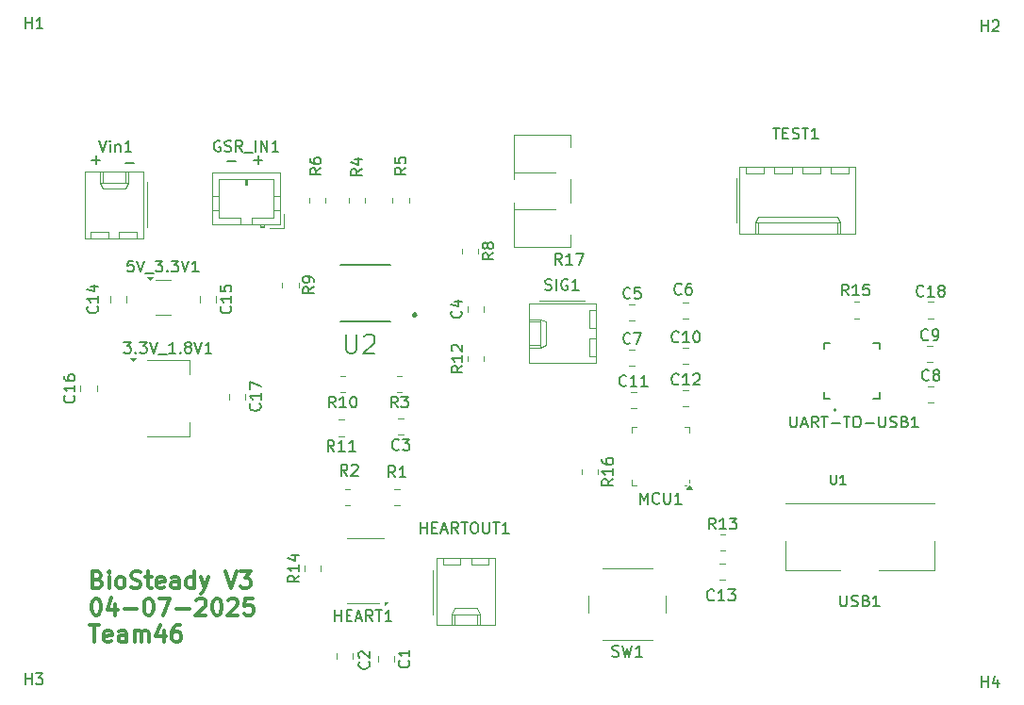
<source format=gbr>
%TF.GenerationSoftware,KiCad,Pcbnew,8.0.8*%
%TF.CreationDate,2025-04-07T15:17:30-05:00*%
%TF.ProjectId,finalproject,66696e61-6c70-4726-9f6a-6563742e6b69,rev?*%
%TF.SameCoordinates,Original*%
%TF.FileFunction,Legend,Top*%
%TF.FilePolarity,Positive*%
%FSLAX46Y46*%
G04 Gerber Fmt 4.6, Leading zero omitted, Abs format (unit mm)*
G04 Created by KiCad (PCBNEW 8.0.8) date 2025-04-07 15:17:30*
%MOMM*%
%LPD*%
G01*
G04 APERTURE LIST*
%ADD10C,0.300000*%
%ADD11C,0.150000*%
%ADD12C,0.120000*%
%ADD13C,0.127000*%
%ADD14C,0.200000*%
G04 APERTURE END LIST*
D10*
X78143510Y-107596282D02*
X78357796Y-107667710D01*
X78357796Y-107667710D02*
X78429225Y-107739139D01*
X78429225Y-107739139D02*
X78500653Y-107881996D01*
X78500653Y-107881996D02*
X78500653Y-108096282D01*
X78500653Y-108096282D02*
X78429225Y-108239139D01*
X78429225Y-108239139D02*
X78357796Y-108310568D01*
X78357796Y-108310568D02*
X78214939Y-108381996D01*
X78214939Y-108381996D02*
X77643510Y-108381996D01*
X77643510Y-108381996D02*
X77643510Y-106881996D01*
X77643510Y-106881996D02*
X78143510Y-106881996D01*
X78143510Y-106881996D02*
X78286368Y-106953425D01*
X78286368Y-106953425D02*
X78357796Y-107024853D01*
X78357796Y-107024853D02*
X78429225Y-107167710D01*
X78429225Y-107167710D02*
X78429225Y-107310568D01*
X78429225Y-107310568D02*
X78357796Y-107453425D01*
X78357796Y-107453425D02*
X78286368Y-107524853D01*
X78286368Y-107524853D02*
X78143510Y-107596282D01*
X78143510Y-107596282D02*
X77643510Y-107596282D01*
X79143510Y-108381996D02*
X79143510Y-107381996D01*
X79143510Y-106881996D02*
X79072082Y-106953425D01*
X79072082Y-106953425D02*
X79143510Y-107024853D01*
X79143510Y-107024853D02*
X79214939Y-106953425D01*
X79214939Y-106953425D02*
X79143510Y-106881996D01*
X79143510Y-106881996D02*
X79143510Y-107024853D01*
X80072082Y-108381996D02*
X79929225Y-108310568D01*
X79929225Y-108310568D02*
X79857796Y-108239139D01*
X79857796Y-108239139D02*
X79786368Y-108096282D01*
X79786368Y-108096282D02*
X79786368Y-107667710D01*
X79786368Y-107667710D02*
X79857796Y-107524853D01*
X79857796Y-107524853D02*
X79929225Y-107453425D01*
X79929225Y-107453425D02*
X80072082Y-107381996D01*
X80072082Y-107381996D02*
X80286368Y-107381996D01*
X80286368Y-107381996D02*
X80429225Y-107453425D01*
X80429225Y-107453425D02*
X80500654Y-107524853D01*
X80500654Y-107524853D02*
X80572082Y-107667710D01*
X80572082Y-107667710D02*
X80572082Y-108096282D01*
X80572082Y-108096282D02*
X80500654Y-108239139D01*
X80500654Y-108239139D02*
X80429225Y-108310568D01*
X80429225Y-108310568D02*
X80286368Y-108381996D01*
X80286368Y-108381996D02*
X80072082Y-108381996D01*
X81143511Y-108310568D02*
X81357797Y-108381996D01*
X81357797Y-108381996D02*
X81714939Y-108381996D01*
X81714939Y-108381996D02*
X81857797Y-108310568D01*
X81857797Y-108310568D02*
X81929225Y-108239139D01*
X81929225Y-108239139D02*
X82000654Y-108096282D01*
X82000654Y-108096282D02*
X82000654Y-107953425D01*
X82000654Y-107953425D02*
X81929225Y-107810568D01*
X81929225Y-107810568D02*
X81857797Y-107739139D01*
X81857797Y-107739139D02*
X81714939Y-107667710D01*
X81714939Y-107667710D02*
X81429225Y-107596282D01*
X81429225Y-107596282D02*
X81286368Y-107524853D01*
X81286368Y-107524853D02*
X81214939Y-107453425D01*
X81214939Y-107453425D02*
X81143511Y-107310568D01*
X81143511Y-107310568D02*
X81143511Y-107167710D01*
X81143511Y-107167710D02*
X81214939Y-107024853D01*
X81214939Y-107024853D02*
X81286368Y-106953425D01*
X81286368Y-106953425D02*
X81429225Y-106881996D01*
X81429225Y-106881996D02*
X81786368Y-106881996D01*
X81786368Y-106881996D02*
X82000654Y-106953425D01*
X82429225Y-107381996D02*
X83000653Y-107381996D01*
X82643510Y-106881996D02*
X82643510Y-108167710D01*
X82643510Y-108167710D02*
X82714939Y-108310568D01*
X82714939Y-108310568D02*
X82857796Y-108381996D01*
X82857796Y-108381996D02*
X83000653Y-108381996D01*
X84072082Y-108310568D02*
X83929225Y-108381996D01*
X83929225Y-108381996D02*
X83643511Y-108381996D01*
X83643511Y-108381996D02*
X83500653Y-108310568D01*
X83500653Y-108310568D02*
X83429225Y-108167710D01*
X83429225Y-108167710D02*
X83429225Y-107596282D01*
X83429225Y-107596282D02*
X83500653Y-107453425D01*
X83500653Y-107453425D02*
X83643511Y-107381996D01*
X83643511Y-107381996D02*
X83929225Y-107381996D01*
X83929225Y-107381996D02*
X84072082Y-107453425D01*
X84072082Y-107453425D02*
X84143511Y-107596282D01*
X84143511Y-107596282D02*
X84143511Y-107739139D01*
X84143511Y-107739139D02*
X83429225Y-107881996D01*
X85429225Y-108381996D02*
X85429225Y-107596282D01*
X85429225Y-107596282D02*
X85357796Y-107453425D01*
X85357796Y-107453425D02*
X85214939Y-107381996D01*
X85214939Y-107381996D02*
X84929225Y-107381996D01*
X84929225Y-107381996D02*
X84786367Y-107453425D01*
X85429225Y-108310568D02*
X85286367Y-108381996D01*
X85286367Y-108381996D02*
X84929225Y-108381996D01*
X84929225Y-108381996D02*
X84786367Y-108310568D01*
X84786367Y-108310568D02*
X84714939Y-108167710D01*
X84714939Y-108167710D02*
X84714939Y-108024853D01*
X84714939Y-108024853D02*
X84786367Y-107881996D01*
X84786367Y-107881996D02*
X84929225Y-107810568D01*
X84929225Y-107810568D02*
X85286367Y-107810568D01*
X85286367Y-107810568D02*
X85429225Y-107739139D01*
X86786368Y-108381996D02*
X86786368Y-106881996D01*
X86786368Y-108310568D02*
X86643510Y-108381996D01*
X86643510Y-108381996D02*
X86357796Y-108381996D01*
X86357796Y-108381996D02*
X86214939Y-108310568D01*
X86214939Y-108310568D02*
X86143510Y-108239139D01*
X86143510Y-108239139D02*
X86072082Y-108096282D01*
X86072082Y-108096282D02*
X86072082Y-107667710D01*
X86072082Y-107667710D02*
X86143510Y-107524853D01*
X86143510Y-107524853D02*
X86214939Y-107453425D01*
X86214939Y-107453425D02*
X86357796Y-107381996D01*
X86357796Y-107381996D02*
X86643510Y-107381996D01*
X86643510Y-107381996D02*
X86786368Y-107453425D01*
X87357796Y-107381996D02*
X87714939Y-108381996D01*
X88072082Y-107381996D02*
X87714939Y-108381996D01*
X87714939Y-108381996D02*
X87572082Y-108739139D01*
X87572082Y-108739139D02*
X87500653Y-108810568D01*
X87500653Y-108810568D02*
X87357796Y-108881996D01*
X89572082Y-106881996D02*
X90072082Y-108381996D01*
X90072082Y-108381996D02*
X90572082Y-106881996D01*
X90929224Y-106881996D02*
X91857796Y-106881996D01*
X91857796Y-106881996D02*
X91357796Y-107453425D01*
X91357796Y-107453425D02*
X91572081Y-107453425D01*
X91572081Y-107453425D02*
X91714939Y-107524853D01*
X91714939Y-107524853D02*
X91786367Y-107596282D01*
X91786367Y-107596282D02*
X91857796Y-107739139D01*
X91857796Y-107739139D02*
X91857796Y-108096282D01*
X91857796Y-108096282D02*
X91786367Y-108239139D01*
X91786367Y-108239139D02*
X91714939Y-108310568D01*
X91714939Y-108310568D02*
X91572081Y-108381996D01*
X91572081Y-108381996D02*
X91143510Y-108381996D01*
X91143510Y-108381996D02*
X91000653Y-108310568D01*
X91000653Y-108310568D02*
X90929224Y-108239139D01*
X77929225Y-109296912D02*
X78072082Y-109296912D01*
X78072082Y-109296912D02*
X78214939Y-109368341D01*
X78214939Y-109368341D02*
X78286368Y-109439769D01*
X78286368Y-109439769D02*
X78357796Y-109582626D01*
X78357796Y-109582626D02*
X78429225Y-109868341D01*
X78429225Y-109868341D02*
X78429225Y-110225484D01*
X78429225Y-110225484D02*
X78357796Y-110511198D01*
X78357796Y-110511198D02*
X78286368Y-110654055D01*
X78286368Y-110654055D02*
X78214939Y-110725484D01*
X78214939Y-110725484D02*
X78072082Y-110796912D01*
X78072082Y-110796912D02*
X77929225Y-110796912D01*
X77929225Y-110796912D02*
X77786368Y-110725484D01*
X77786368Y-110725484D02*
X77714939Y-110654055D01*
X77714939Y-110654055D02*
X77643510Y-110511198D01*
X77643510Y-110511198D02*
X77572082Y-110225484D01*
X77572082Y-110225484D02*
X77572082Y-109868341D01*
X77572082Y-109868341D02*
X77643510Y-109582626D01*
X77643510Y-109582626D02*
X77714939Y-109439769D01*
X77714939Y-109439769D02*
X77786368Y-109368341D01*
X77786368Y-109368341D02*
X77929225Y-109296912D01*
X79714939Y-109796912D02*
X79714939Y-110796912D01*
X79357796Y-109225484D02*
X79000653Y-110296912D01*
X79000653Y-110296912D02*
X79929224Y-110296912D01*
X80500652Y-110225484D02*
X81643510Y-110225484D01*
X82643510Y-109296912D02*
X82786367Y-109296912D01*
X82786367Y-109296912D02*
X82929224Y-109368341D01*
X82929224Y-109368341D02*
X83000653Y-109439769D01*
X83000653Y-109439769D02*
X83072081Y-109582626D01*
X83072081Y-109582626D02*
X83143510Y-109868341D01*
X83143510Y-109868341D02*
X83143510Y-110225484D01*
X83143510Y-110225484D02*
X83072081Y-110511198D01*
X83072081Y-110511198D02*
X83000653Y-110654055D01*
X83000653Y-110654055D02*
X82929224Y-110725484D01*
X82929224Y-110725484D02*
X82786367Y-110796912D01*
X82786367Y-110796912D02*
X82643510Y-110796912D01*
X82643510Y-110796912D02*
X82500653Y-110725484D01*
X82500653Y-110725484D02*
X82429224Y-110654055D01*
X82429224Y-110654055D02*
X82357795Y-110511198D01*
X82357795Y-110511198D02*
X82286367Y-110225484D01*
X82286367Y-110225484D02*
X82286367Y-109868341D01*
X82286367Y-109868341D02*
X82357795Y-109582626D01*
X82357795Y-109582626D02*
X82429224Y-109439769D01*
X82429224Y-109439769D02*
X82500653Y-109368341D01*
X82500653Y-109368341D02*
X82643510Y-109296912D01*
X83643509Y-109296912D02*
X84643509Y-109296912D01*
X84643509Y-109296912D02*
X84000652Y-110796912D01*
X85214937Y-110225484D02*
X86357795Y-110225484D01*
X87000652Y-109439769D02*
X87072080Y-109368341D01*
X87072080Y-109368341D02*
X87214938Y-109296912D01*
X87214938Y-109296912D02*
X87572080Y-109296912D01*
X87572080Y-109296912D02*
X87714938Y-109368341D01*
X87714938Y-109368341D02*
X87786366Y-109439769D01*
X87786366Y-109439769D02*
X87857795Y-109582626D01*
X87857795Y-109582626D02*
X87857795Y-109725484D01*
X87857795Y-109725484D02*
X87786366Y-109939769D01*
X87786366Y-109939769D02*
X86929223Y-110796912D01*
X86929223Y-110796912D02*
X87857795Y-110796912D01*
X88786366Y-109296912D02*
X88929223Y-109296912D01*
X88929223Y-109296912D02*
X89072080Y-109368341D01*
X89072080Y-109368341D02*
X89143509Y-109439769D01*
X89143509Y-109439769D02*
X89214937Y-109582626D01*
X89214937Y-109582626D02*
X89286366Y-109868341D01*
X89286366Y-109868341D02*
X89286366Y-110225484D01*
X89286366Y-110225484D02*
X89214937Y-110511198D01*
X89214937Y-110511198D02*
X89143509Y-110654055D01*
X89143509Y-110654055D02*
X89072080Y-110725484D01*
X89072080Y-110725484D02*
X88929223Y-110796912D01*
X88929223Y-110796912D02*
X88786366Y-110796912D01*
X88786366Y-110796912D02*
X88643509Y-110725484D01*
X88643509Y-110725484D02*
X88572080Y-110654055D01*
X88572080Y-110654055D02*
X88500651Y-110511198D01*
X88500651Y-110511198D02*
X88429223Y-110225484D01*
X88429223Y-110225484D02*
X88429223Y-109868341D01*
X88429223Y-109868341D02*
X88500651Y-109582626D01*
X88500651Y-109582626D02*
X88572080Y-109439769D01*
X88572080Y-109439769D02*
X88643509Y-109368341D01*
X88643509Y-109368341D02*
X88786366Y-109296912D01*
X89857794Y-109439769D02*
X89929222Y-109368341D01*
X89929222Y-109368341D02*
X90072080Y-109296912D01*
X90072080Y-109296912D02*
X90429222Y-109296912D01*
X90429222Y-109296912D02*
X90572080Y-109368341D01*
X90572080Y-109368341D02*
X90643508Y-109439769D01*
X90643508Y-109439769D02*
X90714937Y-109582626D01*
X90714937Y-109582626D02*
X90714937Y-109725484D01*
X90714937Y-109725484D02*
X90643508Y-109939769D01*
X90643508Y-109939769D02*
X89786365Y-110796912D01*
X89786365Y-110796912D02*
X90714937Y-110796912D01*
X92072079Y-109296912D02*
X91357793Y-109296912D01*
X91357793Y-109296912D02*
X91286365Y-110011198D01*
X91286365Y-110011198D02*
X91357793Y-109939769D01*
X91357793Y-109939769D02*
X91500651Y-109868341D01*
X91500651Y-109868341D02*
X91857793Y-109868341D01*
X91857793Y-109868341D02*
X92000651Y-109939769D01*
X92000651Y-109939769D02*
X92072079Y-110011198D01*
X92072079Y-110011198D02*
X92143508Y-110154055D01*
X92143508Y-110154055D02*
X92143508Y-110511198D01*
X92143508Y-110511198D02*
X92072079Y-110654055D01*
X92072079Y-110654055D02*
X92000651Y-110725484D01*
X92000651Y-110725484D02*
X91857793Y-110796912D01*
X91857793Y-110796912D02*
X91500651Y-110796912D01*
X91500651Y-110796912D02*
X91357793Y-110725484D01*
X91357793Y-110725484D02*
X91286365Y-110654055D01*
X77429225Y-111711828D02*
X78286368Y-111711828D01*
X77857796Y-113211828D02*
X77857796Y-111711828D01*
X79357796Y-113140400D02*
X79214939Y-113211828D01*
X79214939Y-113211828D02*
X78929225Y-113211828D01*
X78929225Y-113211828D02*
X78786367Y-113140400D01*
X78786367Y-113140400D02*
X78714939Y-112997542D01*
X78714939Y-112997542D02*
X78714939Y-112426114D01*
X78714939Y-112426114D02*
X78786367Y-112283257D01*
X78786367Y-112283257D02*
X78929225Y-112211828D01*
X78929225Y-112211828D02*
X79214939Y-112211828D01*
X79214939Y-112211828D02*
X79357796Y-112283257D01*
X79357796Y-112283257D02*
X79429225Y-112426114D01*
X79429225Y-112426114D02*
X79429225Y-112568971D01*
X79429225Y-112568971D02*
X78714939Y-112711828D01*
X80714939Y-113211828D02*
X80714939Y-112426114D01*
X80714939Y-112426114D02*
X80643510Y-112283257D01*
X80643510Y-112283257D02*
X80500653Y-112211828D01*
X80500653Y-112211828D02*
X80214939Y-112211828D01*
X80214939Y-112211828D02*
X80072081Y-112283257D01*
X80714939Y-113140400D02*
X80572081Y-113211828D01*
X80572081Y-113211828D02*
X80214939Y-113211828D01*
X80214939Y-113211828D02*
X80072081Y-113140400D01*
X80072081Y-113140400D02*
X80000653Y-112997542D01*
X80000653Y-112997542D02*
X80000653Y-112854685D01*
X80000653Y-112854685D02*
X80072081Y-112711828D01*
X80072081Y-112711828D02*
X80214939Y-112640400D01*
X80214939Y-112640400D02*
X80572081Y-112640400D01*
X80572081Y-112640400D02*
X80714939Y-112568971D01*
X81429224Y-113211828D02*
X81429224Y-112211828D01*
X81429224Y-112354685D02*
X81500653Y-112283257D01*
X81500653Y-112283257D02*
X81643510Y-112211828D01*
X81643510Y-112211828D02*
X81857796Y-112211828D01*
X81857796Y-112211828D02*
X82000653Y-112283257D01*
X82000653Y-112283257D02*
X82072082Y-112426114D01*
X82072082Y-112426114D02*
X82072082Y-113211828D01*
X82072082Y-112426114D02*
X82143510Y-112283257D01*
X82143510Y-112283257D02*
X82286367Y-112211828D01*
X82286367Y-112211828D02*
X82500653Y-112211828D01*
X82500653Y-112211828D02*
X82643510Y-112283257D01*
X82643510Y-112283257D02*
X82714939Y-112426114D01*
X82714939Y-112426114D02*
X82714939Y-113211828D01*
X84072082Y-112211828D02*
X84072082Y-113211828D01*
X83714939Y-111640400D02*
X83357796Y-112711828D01*
X83357796Y-112711828D02*
X84286367Y-112711828D01*
X85500653Y-111711828D02*
X85214938Y-111711828D01*
X85214938Y-111711828D02*
X85072081Y-111783257D01*
X85072081Y-111783257D02*
X85000653Y-111854685D01*
X85000653Y-111854685D02*
X84857795Y-112068971D01*
X84857795Y-112068971D02*
X84786367Y-112354685D01*
X84786367Y-112354685D02*
X84786367Y-112926114D01*
X84786367Y-112926114D02*
X84857795Y-113068971D01*
X84857795Y-113068971D02*
X84929224Y-113140400D01*
X84929224Y-113140400D02*
X85072081Y-113211828D01*
X85072081Y-113211828D02*
X85357795Y-113211828D01*
X85357795Y-113211828D02*
X85500653Y-113140400D01*
X85500653Y-113140400D02*
X85572081Y-113068971D01*
X85572081Y-113068971D02*
X85643510Y-112926114D01*
X85643510Y-112926114D02*
X85643510Y-112568971D01*
X85643510Y-112568971D02*
X85572081Y-112426114D01*
X85572081Y-112426114D02*
X85500653Y-112354685D01*
X85500653Y-112354685D02*
X85357795Y-112283257D01*
X85357795Y-112283257D02*
X85072081Y-112283257D01*
X85072081Y-112283257D02*
X84929224Y-112354685D01*
X84929224Y-112354685D02*
X84857795Y-112426114D01*
X84857795Y-112426114D02*
X84786367Y-112568971D01*
D11*
X101863819Y-70716666D02*
X101387628Y-71049999D01*
X101863819Y-71288094D02*
X100863819Y-71288094D01*
X100863819Y-71288094D02*
X100863819Y-70907142D01*
X100863819Y-70907142D02*
X100911438Y-70811904D01*
X100911438Y-70811904D02*
X100959057Y-70764285D01*
X100959057Y-70764285D02*
X101054295Y-70716666D01*
X101054295Y-70716666D02*
X101197152Y-70716666D01*
X101197152Y-70716666D02*
X101292390Y-70764285D01*
X101292390Y-70764285D02*
X101340009Y-70811904D01*
X101340009Y-70811904D02*
X101387628Y-70907142D01*
X101387628Y-70907142D02*
X101387628Y-71288094D01*
X101197152Y-69859523D02*
X101863819Y-69859523D01*
X100816200Y-70097618D02*
X101530485Y-70335713D01*
X101530485Y-70335713D02*
X101530485Y-69716666D01*
X98180819Y-70651666D02*
X97704628Y-70984999D01*
X98180819Y-71223094D02*
X97180819Y-71223094D01*
X97180819Y-71223094D02*
X97180819Y-70842142D01*
X97180819Y-70842142D02*
X97228438Y-70746904D01*
X97228438Y-70746904D02*
X97276057Y-70699285D01*
X97276057Y-70699285D02*
X97371295Y-70651666D01*
X97371295Y-70651666D02*
X97514152Y-70651666D01*
X97514152Y-70651666D02*
X97609390Y-70699285D01*
X97609390Y-70699285D02*
X97657009Y-70746904D01*
X97657009Y-70746904D02*
X97704628Y-70842142D01*
X97704628Y-70842142D02*
X97704628Y-71223094D01*
X97180819Y-69794523D02*
X97180819Y-69984999D01*
X97180819Y-69984999D02*
X97228438Y-70080237D01*
X97228438Y-70080237D02*
X97276057Y-70127856D01*
X97276057Y-70127856D02*
X97418914Y-70223094D01*
X97418914Y-70223094D02*
X97609390Y-70270713D01*
X97609390Y-70270713D02*
X97990342Y-70270713D01*
X97990342Y-70270713D02*
X98085580Y-70223094D01*
X98085580Y-70223094D02*
X98133200Y-70175475D01*
X98133200Y-70175475D02*
X98180819Y-70080237D01*
X98180819Y-70080237D02*
X98180819Y-69889761D01*
X98180819Y-69889761D02*
X98133200Y-69794523D01*
X98133200Y-69794523D02*
X98085580Y-69746904D01*
X98085580Y-69746904D02*
X97990342Y-69699285D01*
X97990342Y-69699285D02*
X97752247Y-69699285D01*
X97752247Y-69699285D02*
X97657009Y-69746904D01*
X97657009Y-69746904D02*
X97609390Y-69794523D01*
X97609390Y-69794523D02*
X97561771Y-69889761D01*
X97561771Y-69889761D02*
X97561771Y-70080237D01*
X97561771Y-70080237D02*
X97609390Y-70175475D01*
X97609390Y-70175475D02*
X97657009Y-70223094D01*
X97657009Y-70223094D02*
X97752247Y-70270713D01*
X80491619Y-86267819D02*
X81110666Y-86267819D01*
X81110666Y-86267819D02*
X80777333Y-86648771D01*
X80777333Y-86648771D02*
X80920190Y-86648771D01*
X80920190Y-86648771D02*
X81015428Y-86696390D01*
X81015428Y-86696390D02*
X81063047Y-86744009D01*
X81063047Y-86744009D02*
X81110666Y-86839247D01*
X81110666Y-86839247D02*
X81110666Y-87077342D01*
X81110666Y-87077342D02*
X81063047Y-87172580D01*
X81063047Y-87172580D02*
X81015428Y-87220200D01*
X81015428Y-87220200D02*
X80920190Y-87267819D01*
X80920190Y-87267819D02*
X80634476Y-87267819D01*
X80634476Y-87267819D02*
X80539238Y-87220200D01*
X80539238Y-87220200D02*
X80491619Y-87172580D01*
X81539238Y-87172580D02*
X81586857Y-87220200D01*
X81586857Y-87220200D02*
X81539238Y-87267819D01*
X81539238Y-87267819D02*
X81491619Y-87220200D01*
X81491619Y-87220200D02*
X81539238Y-87172580D01*
X81539238Y-87172580D02*
X81539238Y-87267819D01*
X81920190Y-86267819D02*
X82539237Y-86267819D01*
X82539237Y-86267819D02*
X82205904Y-86648771D01*
X82205904Y-86648771D02*
X82348761Y-86648771D01*
X82348761Y-86648771D02*
X82443999Y-86696390D01*
X82443999Y-86696390D02*
X82491618Y-86744009D01*
X82491618Y-86744009D02*
X82539237Y-86839247D01*
X82539237Y-86839247D02*
X82539237Y-87077342D01*
X82539237Y-87077342D02*
X82491618Y-87172580D01*
X82491618Y-87172580D02*
X82443999Y-87220200D01*
X82443999Y-87220200D02*
X82348761Y-87267819D01*
X82348761Y-87267819D02*
X82063047Y-87267819D01*
X82063047Y-87267819D02*
X81967809Y-87220200D01*
X81967809Y-87220200D02*
X81920190Y-87172580D01*
X82824952Y-86267819D02*
X83158285Y-87267819D01*
X83158285Y-87267819D02*
X83491618Y-86267819D01*
X83586857Y-87363057D02*
X84348761Y-87363057D01*
X85110666Y-87267819D02*
X84539238Y-87267819D01*
X84824952Y-87267819D02*
X84824952Y-86267819D01*
X84824952Y-86267819D02*
X84729714Y-86410676D01*
X84729714Y-86410676D02*
X84634476Y-86505914D01*
X84634476Y-86505914D02*
X84539238Y-86553533D01*
X85539238Y-87172580D02*
X85586857Y-87220200D01*
X85586857Y-87220200D02*
X85539238Y-87267819D01*
X85539238Y-87267819D02*
X85491619Y-87220200D01*
X85491619Y-87220200D02*
X85539238Y-87172580D01*
X85539238Y-87172580D02*
X85539238Y-87267819D01*
X86158285Y-86696390D02*
X86063047Y-86648771D01*
X86063047Y-86648771D02*
X86015428Y-86601152D01*
X86015428Y-86601152D02*
X85967809Y-86505914D01*
X85967809Y-86505914D02*
X85967809Y-86458295D01*
X85967809Y-86458295D02*
X86015428Y-86363057D01*
X86015428Y-86363057D02*
X86063047Y-86315438D01*
X86063047Y-86315438D02*
X86158285Y-86267819D01*
X86158285Y-86267819D02*
X86348761Y-86267819D01*
X86348761Y-86267819D02*
X86443999Y-86315438D01*
X86443999Y-86315438D02*
X86491618Y-86363057D01*
X86491618Y-86363057D02*
X86539237Y-86458295D01*
X86539237Y-86458295D02*
X86539237Y-86505914D01*
X86539237Y-86505914D02*
X86491618Y-86601152D01*
X86491618Y-86601152D02*
X86443999Y-86648771D01*
X86443999Y-86648771D02*
X86348761Y-86696390D01*
X86348761Y-86696390D02*
X86158285Y-86696390D01*
X86158285Y-86696390D02*
X86063047Y-86744009D01*
X86063047Y-86744009D02*
X86015428Y-86791628D01*
X86015428Y-86791628D02*
X85967809Y-86886866D01*
X85967809Y-86886866D02*
X85967809Y-87077342D01*
X85967809Y-87077342D02*
X86015428Y-87172580D01*
X86015428Y-87172580D02*
X86063047Y-87220200D01*
X86063047Y-87220200D02*
X86158285Y-87267819D01*
X86158285Y-87267819D02*
X86348761Y-87267819D01*
X86348761Y-87267819D02*
X86443999Y-87220200D01*
X86443999Y-87220200D02*
X86491618Y-87172580D01*
X86491618Y-87172580D02*
X86539237Y-87077342D01*
X86539237Y-87077342D02*
X86539237Y-86886866D01*
X86539237Y-86886866D02*
X86491618Y-86791628D01*
X86491618Y-86791628D02*
X86443999Y-86744009D01*
X86443999Y-86744009D02*
X86348761Y-86696390D01*
X86824952Y-86267819D02*
X87158285Y-87267819D01*
X87158285Y-87267819D02*
X87491618Y-86267819D01*
X88348761Y-87267819D02*
X87777333Y-87267819D01*
X88063047Y-87267819D02*
X88063047Y-86267819D01*
X88063047Y-86267819D02*
X87967809Y-86410676D01*
X87967809Y-86410676D02*
X87872571Y-86505914D01*
X87872571Y-86505914D02*
X87777333Y-86553533D01*
X96213819Y-107236857D02*
X95737628Y-107570190D01*
X96213819Y-107808285D02*
X95213819Y-107808285D01*
X95213819Y-107808285D02*
X95213819Y-107427333D01*
X95213819Y-107427333D02*
X95261438Y-107332095D01*
X95261438Y-107332095D02*
X95309057Y-107284476D01*
X95309057Y-107284476D02*
X95404295Y-107236857D01*
X95404295Y-107236857D02*
X95547152Y-107236857D01*
X95547152Y-107236857D02*
X95642390Y-107284476D01*
X95642390Y-107284476D02*
X95690009Y-107332095D01*
X95690009Y-107332095D02*
X95737628Y-107427333D01*
X95737628Y-107427333D02*
X95737628Y-107808285D01*
X96213819Y-106284476D02*
X96213819Y-106855904D01*
X96213819Y-106570190D02*
X95213819Y-106570190D01*
X95213819Y-106570190D02*
X95356676Y-106665428D01*
X95356676Y-106665428D02*
X95451914Y-106760666D01*
X95451914Y-106760666D02*
X95499533Y-106855904D01*
X95547152Y-105427333D02*
X96213819Y-105427333D01*
X95166200Y-105665428D02*
X95880485Y-105903523D01*
X95880485Y-105903523D02*
X95880485Y-105284476D01*
X100544333Y-98269819D02*
X100211000Y-97793628D01*
X99972905Y-98269819D02*
X99972905Y-97269819D01*
X99972905Y-97269819D02*
X100353857Y-97269819D01*
X100353857Y-97269819D02*
X100449095Y-97317438D01*
X100449095Y-97317438D02*
X100496714Y-97365057D01*
X100496714Y-97365057D02*
X100544333Y-97460295D01*
X100544333Y-97460295D02*
X100544333Y-97603152D01*
X100544333Y-97603152D02*
X100496714Y-97698390D01*
X100496714Y-97698390D02*
X100449095Y-97746009D01*
X100449095Y-97746009D02*
X100353857Y-97793628D01*
X100353857Y-97793628D02*
X99972905Y-97793628D01*
X100925286Y-97365057D02*
X100972905Y-97317438D01*
X100972905Y-97317438D02*
X101068143Y-97269819D01*
X101068143Y-97269819D02*
X101306238Y-97269819D01*
X101306238Y-97269819D02*
X101401476Y-97317438D01*
X101401476Y-97317438D02*
X101449095Y-97365057D01*
X101449095Y-97365057D02*
X101496714Y-97460295D01*
X101496714Y-97460295D02*
X101496714Y-97555533D01*
X101496714Y-97555533D02*
X101449095Y-97698390D01*
X101449095Y-97698390D02*
X100877667Y-98269819D01*
X100877667Y-98269819D02*
X101496714Y-98269819D01*
X125944333Y-86331080D02*
X125896714Y-86378700D01*
X125896714Y-86378700D02*
X125753857Y-86426319D01*
X125753857Y-86426319D02*
X125658619Y-86426319D01*
X125658619Y-86426319D02*
X125515762Y-86378700D01*
X125515762Y-86378700D02*
X125420524Y-86283461D01*
X125420524Y-86283461D02*
X125372905Y-86188223D01*
X125372905Y-86188223D02*
X125325286Y-85997747D01*
X125325286Y-85997747D02*
X125325286Y-85854890D01*
X125325286Y-85854890D02*
X125372905Y-85664414D01*
X125372905Y-85664414D02*
X125420524Y-85569176D01*
X125420524Y-85569176D02*
X125515762Y-85473938D01*
X125515762Y-85473938D02*
X125658619Y-85426319D01*
X125658619Y-85426319D02*
X125753857Y-85426319D01*
X125753857Y-85426319D02*
X125896714Y-85473938D01*
X125896714Y-85473938D02*
X125944333Y-85521557D01*
X126277667Y-85426319D02*
X126944333Y-85426319D01*
X126944333Y-85426319D02*
X126515762Y-86426319D01*
X138771571Y-67020319D02*
X139342999Y-67020319D01*
X139057285Y-68020319D02*
X139057285Y-67020319D01*
X139676333Y-67496509D02*
X140009666Y-67496509D01*
X140152523Y-68020319D02*
X139676333Y-68020319D01*
X139676333Y-68020319D02*
X139676333Y-67020319D01*
X139676333Y-67020319D02*
X140152523Y-67020319D01*
X140533476Y-67972700D02*
X140676333Y-68020319D01*
X140676333Y-68020319D02*
X140914428Y-68020319D01*
X140914428Y-68020319D02*
X141009666Y-67972700D01*
X141009666Y-67972700D02*
X141057285Y-67925080D01*
X141057285Y-67925080D02*
X141104904Y-67829842D01*
X141104904Y-67829842D02*
X141104904Y-67734604D01*
X141104904Y-67734604D02*
X141057285Y-67639366D01*
X141057285Y-67639366D02*
X141009666Y-67591747D01*
X141009666Y-67591747D02*
X140914428Y-67544128D01*
X140914428Y-67544128D02*
X140723952Y-67496509D01*
X140723952Y-67496509D02*
X140628714Y-67448890D01*
X140628714Y-67448890D02*
X140581095Y-67401271D01*
X140581095Y-67401271D02*
X140533476Y-67306033D01*
X140533476Y-67306033D02*
X140533476Y-67210795D01*
X140533476Y-67210795D02*
X140581095Y-67115557D01*
X140581095Y-67115557D02*
X140628714Y-67067938D01*
X140628714Y-67067938D02*
X140723952Y-67020319D01*
X140723952Y-67020319D02*
X140962047Y-67020319D01*
X140962047Y-67020319D02*
X141104904Y-67067938D01*
X141390619Y-67020319D02*
X141962047Y-67020319D01*
X141676333Y-68020319D02*
X141676333Y-67020319D01*
X142819190Y-68020319D02*
X142247762Y-68020319D01*
X142533476Y-68020319D02*
X142533476Y-67020319D01*
X142533476Y-67020319D02*
X142438238Y-67163176D01*
X142438238Y-67163176D02*
X142343000Y-67258414D01*
X142343000Y-67258414D02*
X142247762Y-67306033D01*
X124405819Y-98581357D02*
X123929628Y-98914690D01*
X124405819Y-99152785D02*
X123405819Y-99152785D01*
X123405819Y-99152785D02*
X123405819Y-98771833D01*
X123405819Y-98771833D02*
X123453438Y-98676595D01*
X123453438Y-98676595D02*
X123501057Y-98628976D01*
X123501057Y-98628976D02*
X123596295Y-98581357D01*
X123596295Y-98581357D02*
X123739152Y-98581357D01*
X123739152Y-98581357D02*
X123834390Y-98628976D01*
X123834390Y-98628976D02*
X123882009Y-98676595D01*
X123882009Y-98676595D02*
X123929628Y-98771833D01*
X123929628Y-98771833D02*
X123929628Y-99152785D01*
X124405819Y-97628976D02*
X124405819Y-98200404D01*
X124405819Y-97914690D02*
X123405819Y-97914690D01*
X123405819Y-97914690D02*
X123548676Y-98009928D01*
X123548676Y-98009928D02*
X123643914Y-98105166D01*
X123643914Y-98105166D02*
X123691533Y-98200404D01*
X123405819Y-96771833D02*
X123405819Y-96962309D01*
X123405819Y-96962309D02*
X123453438Y-97057547D01*
X123453438Y-97057547D02*
X123501057Y-97105166D01*
X123501057Y-97105166D02*
X123643914Y-97200404D01*
X123643914Y-97200404D02*
X123834390Y-97248023D01*
X123834390Y-97248023D02*
X124215342Y-97248023D01*
X124215342Y-97248023D02*
X124310580Y-97200404D01*
X124310580Y-97200404D02*
X124358200Y-97152785D01*
X124358200Y-97152785D02*
X124405819Y-97057547D01*
X124405819Y-97057547D02*
X124405819Y-96867071D01*
X124405819Y-96867071D02*
X124358200Y-96771833D01*
X124358200Y-96771833D02*
X124310580Y-96724214D01*
X124310580Y-96724214D02*
X124215342Y-96676595D01*
X124215342Y-96676595D02*
X123977247Y-96676595D01*
X123977247Y-96676595D02*
X123882009Y-96724214D01*
X123882009Y-96724214D02*
X123834390Y-96771833D01*
X123834390Y-96771833D02*
X123786771Y-96867071D01*
X123786771Y-96867071D02*
X123786771Y-97057547D01*
X123786771Y-97057547D02*
X123834390Y-97152785D01*
X123834390Y-97152785D02*
X123882009Y-97200404D01*
X123882009Y-97200404D02*
X123977247Y-97248023D01*
X106052580Y-114872666D02*
X106100200Y-114920285D01*
X106100200Y-114920285D02*
X106147819Y-115063142D01*
X106147819Y-115063142D02*
X106147819Y-115158380D01*
X106147819Y-115158380D02*
X106100200Y-115301237D01*
X106100200Y-115301237D02*
X106004961Y-115396475D01*
X106004961Y-115396475D02*
X105909723Y-115444094D01*
X105909723Y-115444094D02*
X105719247Y-115491713D01*
X105719247Y-115491713D02*
X105576390Y-115491713D01*
X105576390Y-115491713D02*
X105385914Y-115444094D01*
X105385914Y-115444094D02*
X105290676Y-115396475D01*
X105290676Y-115396475D02*
X105195438Y-115301237D01*
X105195438Y-115301237D02*
X105147819Y-115158380D01*
X105147819Y-115158380D02*
X105147819Y-115063142D01*
X105147819Y-115063142D02*
X105195438Y-114920285D01*
X105195438Y-114920285D02*
X105243057Y-114872666D01*
X106147819Y-113920285D02*
X106147819Y-114491713D01*
X106147819Y-114205999D02*
X105147819Y-114205999D01*
X105147819Y-114205999D02*
X105290676Y-114301237D01*
X105290676Y-114301237D02*
X105385914Y-114396475D01*
X105385914Y-114396475D02*
X105433533Y-114491713D01*
X157480095Y-58357819D02*
X157480095Y-57357819D01*
X157480095Y-57834009D02*
X158051523Y-57834009D01*
X158051523Y-58357819D02*
X158051523Y-57357819D01*
X158480095Y-57453057D02*
X158527714Y-57405438D01*
X158527714Y-57405438D02*
X158622952Y-57357819D01*
X158622952Y-57357819D02*
X158861047Y-57357819D01*
X158861047Y-57357819D02*
X158956285Y-57405438D01*
X158956285Y-57405438D02*
X159003904Y-57453057D01*
X159003904Y-57453057D02*
X159051523Y-57548295D01*
X159051523Y-57548295D02*
X159051523Y-57643533D01*
X159051523Y-57643533D02*
X159003904Y-57786390D01*
X159003904Y-57786390D02*
X158432476Y-58357819D01*
X158432476Y-58357819D02*
X159051523Y-58357819D01*
X140335714Y-92928319D02*
X140335714Y-93737842D01*
X140335714Y-93737842D02*
X140383333Y-93833080D01*
X140383333Y-93833080D02*
X140430952Y-93880700D01*
X140430952Y-93880700D02*
X140526190Y-93928319D01*
X140526190Y-93928319D02*
X140716666Y-93928319D01*
X140716666Y-93928319D02*
X140811904Y-93880700D01*
X140811904Y-93880700D02*
X140859523Y-93833080D01*
X140859523Y-93833080D02*
X140907142Y-93737842D01*
X140907142Y-93737842D02*
X140907142Y-92928319D01*
X141335714Y-93642604D02*
X141811904Y-93642604D01*
X141240476Y-93928319D02*
X141573809Y-92928319D01*
X141573809Y-92928319D02*
X141907142Y-93928319D01*
X142811904Y-93928319D02*
X142478571Y-93452128D01*
X142240476Y-93928319D02*
X142240476Y-92928319D01*
X142240476Y-92928319D02*
X142621428Y-92928319D01*
X142621428Y-92928319D02*
X142716666Y-92975938D01*
X142716666Y-92975938D02*
X142764285Y-93023557D01*
X142764285Y-93023557D02*
X142811904Y-93118795D01*
X142811904Y-93118795D02*
X142811904Y-93261652D01*
X142811904Y-93261652D02*
X142764285Y-93356890D01*
X142764285Y-93356890D02*
X142716666Y-93404509D01*
X142716666Y-93404509D02*
X142621428Y-93452128D01*
X142621428Y-93452128D02*
X142240476Y-93452128D01*
X143097619Y-92928319D02*
X143669047Y-92928319D01*
X143383333Y-93928319D02*
X143383333Y-92928319D01*
X144002381Y-93547366D02*
X144764286Y-93547366D01*
X145097619Y-92928319D02*
X145669047Y-92928319D01*
X145383333Y-93928319D02*
X145383333Y-92928319D01*
X146192857Y-92928319D02*
X146383333Y-92928319D01*
X146383333Y-92928319D02*
X146478571Y-92975938D01*
X146478571Y-92975938D02*
X146573809Y-93071176D01*
X146573809Y-93071176D02*
X146621428Y-93261652D01*
X146621428Y-93261652D02*
X146621428Y-93594985D01*
X146621428Y-93594985D02*
X146573809Y-93785461D01*
X146573809Y-93785461D02*
X146478571Y-93880700D01*
X146478571Y-93880700D02*
X146383333Y-93928319D01*
X146383333Y-93928319D02*
X146192857Y-93928319D01*
X146192857Y-93928319D02*
X146097619Y-93880700D01*
X146097619Y-93880700D02*
X146002381Y-93785461D01*
X146002381Y-93785461D02*
X145954762Y-93594985D01*
X145954762Y-93594985D02*
X145954762Y-93261652D01*
X145954762Y-93261652D02*
X146002381Y-93071176D01*
X146002381Y-93071176D02*
X146097619Y-92975938D01*
X146097619Y-92975938D02*
X146192857Y-92928319D01*
X147050000Y-93547366D02*
X147811905Y-93547366D01*
X148288095Y-92928319D02*
X148288095Y-93737842D01*
X148288095Y-93737842D02*
X148335714Y-93833080D01*
X148335714Y-93833080D02*
X148383333Y-93880700D01*
X148383333Y-93880700D02*
X148478571Y-93928319D01*
X148478571Y-93928319D02*
X148669047Y-93928319D01*
X148669047Y-93928319D02*
X148764285Y-93880700D01*
X148764285Y-93880700D02*
X148811904Y-93833080D01*
X148811904Y-93833080D02*
X148859523Y-93737842D01*
X148859523Y-93737842D02*
X148859523Y-92928319D01*
X149288095Y-93880700D02*
X149430952Y-93928319D01*
X149430952Y-93928319D02*
X149669047Y-93928319D01*
X149669047Y-93928319D02*
X149764285Y-93880700D01*
X149764285Y-93880700D02*
X149811904Y-93833080D01*
X149811904Y-93833080D02*
X149859523Y-93737842D01*
X149859523Y-93737842D02*
X149859523Y-93642604D01*
X149859523Y-93642604D02*
X149811904Y-93547366D01*
X149811904Y-93547366D02*
X149764285Y-93499747D01*
X149764285Y-93499747D02*
X149669047Y-93452128D01*
X149669047Y-93452128D02*
X149478571Y-93404509D01*
X149478571Y-93404509D02*
X149383333Y-93356890D01*
X149383333Y-93356890D02*
X149335714Y-93309271D01*
X149335714Y-93309271D02*
X149288095Y-93214033D01*
X149288095Y-93214033D02*
X149288095Y-93118795D01*
X149288095Y-93118795D02*
X149335714Y-93023557D01*
X149335714Y-93023557D02*
X149383333Y-92975938D01*
X149383333Y-92975938D02*
X149478571Y-92928319D01*
X149478571Y-92928319D02*
X149716666Y-92928319D01*
X149716666Y-92928319D02*
X149859523Y-92975938D01*
X150621428Y-93404509D02*
X150764285Y-93452128D01*
X150764285Y-93452128D02*
X150811904Y-93499747D01*
X150811904Y-93499747D02*
X150859523Y-93594985D01*
X150859523Y-93594985D02*
X150859523Y-93737842D01*
X150859523Y-93737842D02*
X150811904Y-93833080D01*
X150811904Y-93833080D02*
X150764285Y-93880700D01*
X150764285Y-93880700D02*
X150669047Y-93928319D01*
X150669047Y-93928319D02*
X150288095Y-93928319D01*
X150288095Y-93928319D02*
X150288095Y-92928319D01*
X150288095Y-92928319D02*
X150621428Y-92928319D01*
X150621428Y-92928319D02*
X150716666Y-92975938D01*
X150716666Y-92975938D02*
X150764285Y-93023557D01*
X150764285Y-93023557D02*
X150811904Y-93118795D01*
X150811904Y-93118795D02*
X150811904Y-93214033D01*
X150811904Y-93214033D02*
X150764285Y-93309271D01*
X150764285Y-93309271D02*
X150716666Y-93356890D01*
X150716666Y-93356890D02*
X150621428Y-93404509D01*
X150621428Y-93404509D02*
X150288095Y-93404509D01*
X151811904Y-93928319D02*
X151240476Y-93928319D01*
X151526190Y-93928319D02*
X151526190Y-92928319D01*
X151526190Y-92928319D02*
X151430952Y-93071176D01*
X151430952Y-93071176D02*
X151335714Y-93166414D01*
X151335714Y-93166414D02*
X151240476Y-93214033D01*
X105179333Y-95892580D02*
X105131714Y-95940200D01*
X105131714Y-95940200D02*
X104988857Y-95987819D01*
X104988857Y-95987819D02*
X104893619Y-95987819D01*
X104893619Y-95987819D02*
X104750762Y-95940200D01*
X104750762Y-95940200D02*
X104655524Y-95844961D01*
X104655524Y-95844961D02*
X104607905Y-95749723D01*
X104607905Y-95749723D02*
X104560286Y-95559247D01*
X104560286Y-95559247D02*
X104560286Y-95416390D01*
X104560286Y-95416390D02*
X104607905Y-95225914D01*
X104607905Y-95225914D02*
X104655524Y-95130676D01*
X104655524Y-95130676D02*
X104750762Y-95035438D01*
X104750762Y-95035438D02*
X104893619Y-94987819D01*
X104893619Y-94987819D02*
X104988857Y-94987819D01*
X104988857Y-94987819D02*
X105131714Y-95035438D01*
X105131714Y-95035438D02*
X105179333Y-95083057D01*
X105512667Y-94987819D02*
X106131714Y-94987819D01*
X106131714Y-94987819D02*
X105798381Y-95368771D01*
X105798381Y-95368771D02*
X105941238Y-95368771D01*
X105941238Y-95368771D02*
X106036476Y-95416390D01*
X106036476Y-95416390D02*
X106084095Y-95464009D01*
X106084095Y-95464009D02*
X106131714Y-95559247D01*
X106131714Y-95559247D02*
X106131714Y-95797342D01*
X106131714Y-95797342D02*
X106084095Y-95892580D01*
X106084095Y-95892580D02*
X106036476Y-95940200D01*
X106036476Y-95940200D02*
X105941238Y-95987819D01*
X105941238Y-95987819D02*
X105655524Y-95987819D01*
X105655524Y-95987819D02*
X105560286Y-95940200D01*
X105560286Y-95940200D02*
X105512667Y-95892580D01*
X152681333Y-86016080D02*
X152633714Y-86063700D01*
X152633714Y-86063700D02*
X152490857Y-86111319D01*
X152490857Y-86111319D02*
X152395619Y-86111319D01*
X152395619Y-86111319D02*
X152252762Y-86063700D01*
X152252762Y-86063700D02*
X152157524Y-85968461D01*
X152157524Y-85968461D02*
X152109905Y-85873223D01*
X152109905Y-85873223D02*
X152062286Y-85682747D01*
X152062286Y-85682747D02*
X152062286Y-85539890D01*
X152062286Y-85539890D02*
X152109905Y-85349414D01*
X152109905Y-85349414D02*
X152157524Y-85254176D01*
X152157524Y-85254176D02*
X152252762Y-85158938D01*
X152252762Y-85158938D02*
X152395619Y-85111319D01*
X152395619Y-85111319D02*
X152490857Y-85111319D01*
X152490857Y-85111319D02*
X152633714Y-85158938D01*
X152633714Y-85158938D02*
X152681333Y-85206557D01*
X153157524Y-86111319D02*
X153348000Y-86111319D01*
X153348000Y-86111319D02*
X153443238Y-86063700D01*
X153443238Y-86063700D02*
X153490857Y-86016080D01*
X153490857Y-86016080D02*
X153586095Y-85873223D01*
X153586095Y-85873223D02*
X153633714Y-85682747D01*
X153633714Y-85682747D02*
X153633714Y-85301795D01*
X153633714Y-85301795D02*
X153586095Y-85206557D01*
X153586095Y-85206557D02*
X153538476Y-85158938D01*
X153538476Y-85158938D02*
X153443238Y-85111319D01*
X153443238Y-85111319D02*
X153252762Y-85111319D01*
X153252762Y-85111319D02*
X153157524Y-85158938D01*
X153157524Y-85158938D02*
X153109905Y-85206557D01*
X153109905Y-85206557D02*
X153062286Y-85301795D01*
X153062286Y-85301795D02*
X153062286Y-85539890D01*
X153062286Y-85539890D02*
X153109905Y-85635128D01*
X153109905Y-85635128D02*
X153157524Y-85682747D01*
X153157524Y-85682747D02*
X153252762Y-85730366D01*
X153252762Y-85730366D02*
X153443238Y-85730366D01*
X153443238Y-85730366D02*
X153538476Y-85682747D01*
X153538476Y-85682747D02*
X153586095Y-85635128D01*
X153586095Y-85635128D02*
X153633714Y-85539890D01*
X99480142Y-92147819D02*
X99146809Y-91671628D01*
X98908714Y-92147819D02*
X98908714Y-91147819D01*
X98908714Y-91147819D02*
X99289666Y-91147819D01*
X99289666Y-91147819D02*
X99384904Y-91195438D01*
X99384904Y-91195438D02*
X99432523Y-91243057D01*
X99432523Y-91243057D02*
X99480142Y-91338295D01*
X99480142Y-91338295D02*
X99480142Y-91481152D01*
X99480142Y-91481152D02*
X99432523Y-91576390D01*
X99432523Y-91576390D02*
X99384904Y-91624009D01*
X99384904Y-91624009D02*
X99289666Y-91671628D01*
X99289666Y-91671628D02*
X98908714Y-91671628D01*
X100432523Y-92147819D02*
X99861095Y-92147819D01*
X100146809Y-92147819D02*
X100146809Y-91147819D01*
X100146809Y-91147819D02*
X100051571Y-91290676D01*
X100051571Y-91290676D02*
X99956333Y-91385914D01*
X99956333Y-91385914D02*
X99861095Y-91433533D01*
X101051571Y-91147819D02*
X101146809Y-91147819D01*
X101146809Y-91147819D02*
X101242047Y-91195438D01*
X101242047Y-91195438D02*
X101289666Y-91243057D01*
X101289666Y-91243057D02*
X101337285Y-91338295D01*
X101337285Y-91338295D02*
X101384904Y-91528771D01*
X101384904Y-91528771D02*
X101384904Y-91766866D01*
X101384904Y-91766866D02*
X101337285Y-91957342D01*
X101337285Y-91957342D02*
X101289666Y-92052580D01*
X101289666Y-92052580D02*
X101242047Y-92100200D01*
X101242047Y-92100200D02*
X101146809Y-92147819D01*
X101146809Y-92147819D02*
X101051571Y-92147819D01*
X101051571Y-92147819D02*
X100956333Y-92100200D01*
X100956333Y-92100200D02*
X100908714Y-92052580D01*
X100908714Y-92052580D02*
X100861095Y-91957342D01*
X100861095Y-91957342D02*
X100813476Y-91766866D01*
X100813476Y-91766866D02*
X100813476Y-91528771D01*
X100813476Y-91528771D02*
X100861095Y-91338295D01*
X100861095Y-91338295D02*
X100908714Y-91243057D01*
X100908714Y-91243057D02*
X100956333Y-91195438D01*
X100956333Y-91195438D02*
X101051571Y-91147819D01*
X104846333Y-98396819D02*
X104513000Y-97920628D01*
X104274905Y-98396819D02*
X104274905Y-97396819D01*
X104274905Y-97396819D02*
X104655857Y-97396819D01*
X104655857Y-97396819D02*
X104751095Y-97444438D01*
X104751095Y-97444438D02*
X104798714Y-97492057D01*
X104798714Y-97492057D02*
X104846333Y-97587295D01*
X104846333Y-97587295D02*
X104846333Y-97730152D01*
X104846333Y-97730152D02*
X104798714Y-97825390D01*
X104798714Y-97825390D02*
X104751095Y-97873009D01*
X104751095Y-97873009D02*
X104655857Y-97920628D01*
X104655857Y-97920628D02*
X104274905Y-97920628D01*
X105798714Y-98396819D02*
X105227286Y-98396819D01*
X105513000Y-98396819D02*
X105513000Y-97396819D01*
X105513000Y-97396819D02*
X105417762Y-97539676D01*
X105417762Y-97539676D02*
X105322524Y-97634914D01*
X105322524Y-97634914D02*
X105227286Y-97682533D01*
X78256000Y-68161819D02*
X78589333Y-69161819D01*
X78589333Y-69161819D02*
X78922666Y-68161819D01*
X79256000Y-69161819D02*
X79256000Y-68495152D01*
X79256000Y-68161819D02*
X79208381Y-68209438D01*
X79208381Y-68209438D02*
X79256000Y-68257057D01*
X79256000Y-68257057D02*
X79303619Y-68209438D01*
X79303619Y-68209438D02*
X79256000Y-68161819D01*
X79256000Y-68161819D02*
X79256000Y-68257057D01*
X79732190Y-68495152D02*
X79732190Y-69161819D01*
X79732190Y-68590390D02*
X79779809Y-68542771D01*
X79779809Y-68542771D02*
X79875047Y-68495152D01*
X79875047Y-68495152D02*
X80017904Y-68495152D01*
X80017904Y-68495152D02*
X80113142Y-68542771D01*
X80113142Y-68542771D02*
X80160761Y-68638009D01*
X80160761Y-68638009D02*
X80160761Y-69161819D01*
X81160761Y-69161819D02*
X80589333Y-69161819D01*
X80875047Y-69161819D02*
X80875047Y-68161819D01*
X80875047Y-68161819D02*
X80779809Y-68304676D01*
X80779809Y-68304676D02*
X80684571Y-68399914D01*
X80684571Y-68399914D02*
X80589333Y-68447533D01*
X77597048Y-69923866D02*
X78358953Y-69923866D01*
X77978000Y-70304819D02*
X77978000Y-69542914D01*
X80645048Y-70177866D02*
X81406953Y-70177866D01*
X110881819Y-88399857D02*
X110405628Y-88733190D01*
X110881819Y-88971285D02*
X109881819Y-88971285D01*
X109881819Y-88971285D02*
X109881819Y-88590333D01*
X109881819Y-88590333D02*
X109929438Y-88495095D01*
X109929438Y-88495095D02*
X109977057Y-88447476D01*
X109977057Y-88447476D02*
X110072295Y-88399857D01*
X110072295Y-88399857D02*
X110215152Y-88399857D01*
X110215152Y-88399857D02*
X110310390Y-88447476D01*
X110310390Y-88447476D02*
X110358009Y-88495095D01*
X110358009Y-88495095D02*
X110405628Y-88590333D01*
X110405628Y-88590333D02*
X110405628Y-88971285D01*
X110881819Y-87447476D02*
X110881819Y-88018904D01*
X110881819Y-87733190D02*
X109881819Y-87733190D01*
X109881819Y-87733190D02*
X110024676Y-87828428D01*
X110024676Y-87828428D02*
X110119914Y-87923666D01*
X110119914Y-87923666D02*
X110167533Y-88018904D01*
X109977057Y-87066523D02*
X109929438Y-87018904D01*
X109929438Y-87018904D02*
X109881819Y-86923666D01*
X109881819Y-86923666D02*
X109881819Y-86685571D01*
X109881819Y-86685571D02*
X109929438Y-86590333D01*
X109929438Y-86590333D02*
X109977057Y-86542714D01*
X109977057Y-86542714D02*
X110072295Y-86495095D01*
X110072295Y-86495095D02*
X110167533Y-86495095D01*
X110167533Y-86495095D02*
X110310390Y-86542714D01*
X110310390Y-86542714D02*
X110881819Y-87114142D01*
X110881819Y-87114142D02*
X110881819Y-86495095D01*
X81328833Y-78956819D02*
X80852643Y-78956819D01*
X80852643Y-78956819D02*
X80805024Y-79433009D01*
X80805024Y-79433009D02*
X80852643Y-79385390D01*
X80852643Y-79385390D02*
X80947881Y-79337771D01*
X80947881Y-79337771D02*
X81185976Y-79337771D01*
X81185976Y-79337771D02*
X81281214Y-79385390D01*
X81281214Y-79385390D02*
X81328833Y-79433009D01*
X81328833Y-79433009D02*
X81376452Y-79528247D01*
X81376452Y-79528247D02*
X81376452Y-79766342D01*
X81376452Y-79766342D02*
X81328833Y-79861580D01*
X81328833Y-79861580D02*
X81281214Y-79909200D01*
X81281214Y-79909200D02*
X81185976Y-79956819D01*
X81185976Y-79956819D02*
X80947881Y-79956819D01*
X80947881Y-79956819D02*
X80852643Y-79909200D01*
X80852643Y-79909200D02*
X80805024Y-79861580D01*
X81662167Y-78956819D02*
X81995500Y-79956819D01*
X81995500Y-79956819D02*
X82328833Y-78956819D01*
X82424072Y-80052057D02*
X83185976Y-80052057D01*
X83328834Y-78956819D02*
X83947881Y-78956819D01*
X83947881Y-78956819D02*
X83614548Y-79337771D01*
X83614548Y-79337771D02*
X83757405Y-79337771D01*
X83757405Y-79337771D02*
X83852643Y-79385390D01*
X83852643Y-79385390D02*
X83900262Y-79433009D01*
X83900262Y-79433009D02*
X83947881Y-79528247D01*
X83947881Y-79528247D02*
X83947881Y-79766342D01*
X83947881Y-79766342D02*
X83900262Y-79861580D01*
X83900262Y-79861580D02*
X83852643Y-79909200D01*
X83852643Y-79909200D02*
X83757405Y-79956819D01*
X83757405Y-79956819D02*
X83471691Y-79956819D01*
X83471691Y-79956819D02*
X83376453Y-79909200D01*
X83376453Y-79909200D02*
X83328834Y-79861580D01*
X84376453Y-79861580D02*
X84424072Y-79909200D01*
X84424072Y-79909200D02*
X84376453Y-79956819D01*
X84376453Y-79956819D02*
X84328834Y-79909200D01*
X84328834Y-79909200D02*
X84376453Y-79861580D01*
X84376453Y-79861580D02*
X84376453Y-79956819D01*
X84757405Y-78956819D02*
X85376452Y-78956819D01*
X85376452Y-78956819D02*
X85043119Y-79337771D01*
X85043119Y-79337771D02*
X85185976Y-79337771D01*
X85185976Y-79337771D02*
X85281214Y-79385390D01*
X85281214Y-79385390D02*
X85328833Y-79433009D01*
X85328833Y-79433009D02*
X85376452Y-79528247D01*
X85376452Y-79528247D02*
X85376452Y-79766342D01*
X85376452Y-79766342D02*
X85328833Y-79861580D01*
X85328833Y-79861580D02*
X85281214Y-79909200D01*
X85281214Y-79909200D02*
X85185976Y-79956819D01*
X85185976Y-79956819D02*
X84900262Y-79956819D01*
X84900262Y-79956819D02*
X84805024Y-79909200D01*
X84805024Y-79909200D02*
X84757405Y-79861580D01*
X85662167Y-78956819D02*
X85995500Y-79956819D01*
X85995500Y-79956819D02*
X86328833Y-78956819D01*
X87185976Y-79956819D02*
X86614548Y-79956819D01*
X86900262Y-79956819D02*
X86900262Y-78956819D01*
X86900262Y-78956819D02*
X86805024Y-79099676D01*
X86805024Y-79099676D02*
X86709786Y-79194914D01*
X86709786Y-79194914D02*
X86614548Y-79242533D01*
X99434190Y-111331819D02*
X99434190Y-110331819D01*
X99434190Y-110808009D02*
X100005618Y-110808009D01*
X100005618Y-111331819D02*
X100005618Y-110331819D01*
X100481809Y-110808009D02*
X100815142Y-110808009D01*
X100957999Y-111331819D02*
X100481809Y-111331819D01*
X100481809Y-111331819D02*
X100481809Y-110331819D01*
X100481809Y-110331819D02*
X100957999Y-110331819D01*
X101338952Y-111046104D02*
X101815142Y-111046104D01*
X101243714Y-111331819D02*
X101577047Y-110331819D01*
X101577047Y-110331819D02*
X101910380Y-111331819D01*
X102815142Y-111331819D02*
X102481809Y-110855628D01*
X102243714Y-111331819D02*
X102243714Y-110331819D01*
X102243714Y-110331819D02*
X102624666Y-110331819D01*
X102624666Y-110331819D02*
X102719904Y-110379438D01*
X102719904Y-110379438D02*
X102767523Y-110427057D01*
X102767523Y-110427057D02*
X102815142Y-110522295D01*
X102815142Y-110522295D02*
X102815142Y-110665152D01*
X102815142Y-110665152D02*
X102767523Y-110760390D01*
X102767523Y-110760390D02*
X102719904Y-110808009D01*
X102719904Y-110808009D02*
X102624666Y-110855628D01*
X102624666Y-110855628D02*
X102243714Y-110855628D01*
X103100857Y-110331819D02*
X103672285Y-110331819D01*
X103386571Y-111331819D02*
X103386571Y-110331819D01*
X104529428Y-111331819D02*
X103958000Y-111331819D01*
X104243714Y-111331819D02*
X104243714Y-110331819D01*
X104243714Y-110331819D02*
X104148476Y-110474676D01*
X104148476Y-110474676D02*
X104053238Y-110569914D01*
X104053238Y-110569914D02*
X103958000Y-110617533D01*
X125595142Y-90141080D02*
X125547523Y-90188700D01*
X125547523Y-90188700D02*
X125404666Y-90236319D01*
X125404666Y-90236319D02*
X125309428Y-90236319D01*
X125309428Y-90236319D02*
X125166571Y-90188700D01*
X125166571Y-90188700D02*
X125071333Y-90093461D01*
X125071333Y-90093461D02*
X125023714Y-89998223D01*
X125023714Y-89998223D02*
X124976095Y-89807747D01*
X124976095Y-89807747D02*
X124976095Y-89664890D01*
X124976095Y-89664890D02*
X125023714Y-89474414D01*
X125023714Y-89474414D02*
X125071333Y-89379176D01*
X125071333Y-89379176D02*
X125166571Y-89283938D01*
X125166571Y-89283938D02*
X125309428Y-89236319D01*
X125309428Y-89236319D02*
X125404666Y-89236319D01*
X125404666Y-89236319D02*
X125547523Y-89283938D01*
X125547523Y-89283938D02*
X125595142Y-89331557D01*
X126547523Y-90236319D02*
X125976095Y-90236319D01*
X126261809Y-90236319D02*
X126261809Y-89236319D01*
X126261809Y-89236319D02*
X126166571Y-89379176D01*
X126166571Y-89379176D02*
X126071333Y-89474414D01*
X126071333Y-89474414D02*
X125976095Y-89522033D01*
X127499904Y-90236319D02*
X126928476Y-90236319D01*
X127214190Y-90236319D02*
X127214190Y-89236319D01*
X127214190Y-89236319D02*
X127118952Y-89379176D01*
X127118952Y-89379176D02*
X127023714Y-89474414D01*
X127023714Y-89474414D02*
X126928476Y-89522033D01*
X105800819Y-70589666D02*
X105324628Y-70922999D01*
X105800819Y-71161094D02*
X104800819Y-71161094D01*
X104800819Y-71161094D02*
X104800819Y-70780142D01*
X104800819Y-70780142D02*
X104848438Y-70684904D01*
X104848438Y-70684904D02*
X104896057Y-70637285D01*
X104896057Y-70637285D02*
X104991295Y-70589666D01*
X104991295Y-70589666D02*
X105134152Y-70589666D01*
X105134152Y-70589666D02*
X105229390Y-70637285D01*
X105229390Y-70637285D02*
X105277009Y-70684904D01*
X105277009Y-70684904D02*
X105324628Y-70780142D01*
X105324628Y-70780142D02*
X105324628Y-71161094D01*
X104800819Y-69684904D02*
X104800819Y-70161094D01*
X104800819Y-70161094D02*
X105277009Y-70208713D01*
X105277009Y-70208713D02*
X105229390Y-70161094D01*
X105229390Y-70161094D02*
X105181771Y-70065856D01*
X105181771Y-70065856D02*
X105181771Y-69827761D01*
X105181771Y-69827761D02*
X105229390Y-69732523D01*
X105229390Y-69732523D02*
X105277009Y-69684904D01*
X105277009Y-69684904D02*
X105372247Y-69637285D01*
X105372247Y-69637285D02*
X105610342Y-69637285D01*
X105610342Y-69637285D02*
X105705580Y-69684904D01*
X105705580Y-69684904D02*
X105753200Y-69732523D01*
X105753200Y-69732523D02*
X105800819Y-69827761D01*
X105800819Y-69827761D02*
X105800819Y-70065856D01*
X105800819Y-70065856D02*
X105753200Y-70161094D01*
X105753200Y-70161094D02*
X105705580Y-70208713D01*
X144819905Y-109016319D02*
X144819905Y-109825842D01*
X144819905Y-109825842D02*
X144867524Y-109921080D01*
X144867524Y-109921080D02*
X144915143Y-109968700D01*
X144915143Y-109968700D02*
X145010381Y-110016319D01*
X145010381Y-110016319D02*
X145200857Y-110016319D01*
X145200857Y-110016319D02*
X145296095Y-109968700D01*
X145296095Y-109968700D02*
X145343714Y-109921080D01*
X145343714Y-109921080D02*
X145391333Y-109825842D01*
X145391333Y-109825842D02*
X145391333Y-109016319D01*
X145819905Y-109968700D02*
X145962762Y-110016319D01*
X145962762Y-110016319D02*
X146200857Y-110016319D01*
X146200857Y-110016319D02*
X146296095Y-109968700D01*
X146296095Y-109968700D02*
X146343714Y-109921080D01*
X146343714Y-109921080D02*
X146391333Y-109825842D01*
X146391333Y-109825842D02*
X146391333Y-109730604D01*
X146391333Y-109730604D02*
X146343714Y-109635366D01*
X146343714Y-109635366D02*
X146296095Y-109587747D01*
X146296095Y-109587747D02*
X146200857Y-109540128D01*
X146200857Y-109540128D02*
X146010381Y-109492509D01*
X146010381Y-109492509D02*
X145915143Y-109444890D01*
X145915143Y-109444890D02*
X145867524Y-109397271D01*
X145867524Y-109397271D02*
X145819905Y-109302033D01*
X145819905Y-109302033D02*
X145819905Y-109206795D01*
X145819905Y-109206795D02*
X145867524Y-109111557D01*
X145867524Y-109111557D02*
X145915143Y-109063938D01*
X145915143Y-109063938D02*
X146010381Y-109016319D01*
X146010381Y-109016319D02*
X146248476Y-109016319D01*
X146248476Y-109016319D02*
X146391333Y-109063938D01*
X147153238Y-109492509D02*
X147296095Y-109540128D01*
X147296095Y-109540128D02*
X147343714Y-109587747D01*
X147343714Y-109587747D02*
X147391333Y-109682985D01*
X147391333Y-109682985D02*
X147391333Y-109825842D01*
X147391333Y-109825842D02*
X147343714Y-109921080D01*
X147343714Y-109921080D02*
X147296095Y-109968700D01*
X147296095Y-109968700D02*
X147200857Y-110016319D01*
X147200857Y-110016319D02*
X146819905Y-110016319D01*
X146819905Y-110016319D02*
X146819905Y-109016319D01*
X146819905Y-109016319D02*
X147153238Y-109016319D01*
X147153238Y-109016319D02*
X147248476Y-109063938D01*
X147248476Y-109063938D02*
X147296095Y-109111557D01*
X147296095Y-109111557D02*
X147343714Y-109206795D01*
X147343714Y-109206795D02*
X147343714Y-109302033D01*
X147343714Y-109302033D02*
X147296095Y-109397271D01*
X147296095Y-109397271D02*
X147248476Y-109444890D01*
X147248476Y-109444890D02*
X147153238Y-109492509D01*
X147153238Y-109492509D02*
X146819905Y-109492509D01*
X148343714Y-110016319D02*
X147772286Y-110016319D01*
X148058000Y-110016319D02*
X148058000Y-109016319D01*
X148058000Y-109016319D02*
X147962762Y-109159176D01*
X147962762Y-109159176D02*
X147867524Y-109254414D01*
X147867524Y-109254414D02*
X147772286Y-109302033D01*
X118324000Y-81560200D02*
X118466857Y-81607819D01*
X118466857Y-81607819D02*
X118704952Y-81607819D01*
X118704952Y-81607819D02*
X118800190Y-81560200D01*
X118800190Y-81560200D02*
X118847809Y-81512580D01*
X118847809Y-81512580D02*
X118895428Y-81417342D01*
X118895428Y-81417342D02*
X118895428Y-81322104D01*
X118895428Y-81322104D02*
X118847809Y-81226866D01*
X118847809Y-81226866D02*
X118800190Y-81179247D01*
X118800190Y-81179247D02*
X118704952Y-81131628D01*
X118704952Y-81131628D02*
X118514476Y-81084009D01*
X118514476Y-81084009D02*
X118419238Y-81036390D01*
X118419238Y-81036390D02*
X118371619Y-80988771D01*
X118371619Y-80988771D02*
X118324000Y-80893533D01*
X118324000Y-80893533D02*
X118324000Y-80798295D01*
X118324000Y-80798295D02*
X118371619Y-80703057D01*
X118371619Y-80703057D02*
X118419238Y-80655438D01*
X118419238Y-80655438D02*
X118514476Y-80607819D01*
X118514476Y-80607819D02*
X118752571Y-80607819D01*
X118752571Y-80607819D02*
X118895428Y-80655438D01*
X119324000Y-81607819D02*
X119324000Y-80607819D01*
X120323999Y-80655438D02*
X120228761Y-80607819D01*
X120228761Y-80607819D02*
X120085904Y-80607819D01*
X120085904Y-80607819D02*
X119943047Y-80655438D01*
X119943047Y-80655438D02*
X119847809Y-80750676D01*
X119847809Y-80750676D02*
X119800190Y-80845914D01*
X119800190Y-80845914D02*
X119752571Y-81036390D01*
X119752571Y-81036390D02*
X119752571Y-81179247D01*
X119752571Y-81179247D02*
X119800190Y-81369723D01*
X119800190Y-81369723D02*
X119847809Y-81464961D01*
X119847809Y-81464961D02*
X119943047Y-81560200D01*
X119943047Y-81560200D02*
X120085904Y-81607819D01*
X120085904Y-81607819D02*
X120181142Y-81607819D01*
X120181142Y-81607819D02*
X120323999Y-81560200D01*
X120323999Y-81560200D02*
X120371618Y-81512580D01*
X120371618Y-81512580D02*
X120371618Y-81179247D01*
X120371618Y-81179247D02*
X120181142Y-81179247D01*
X121323999Y-81607819D02*
X120752571Y-81607819D01*
X121038285Y-81607819D02*
X121038285Y-80607819D01*
X121038285Y-80607819D02*
X120943047Y-80750676D01*
X120943047Y-80750676D02*
X120847809Y-80845914D01*
X120847809Y-80845914D02*
X120752571Y-80893533D01*
X78083580Y-83065857D02*
X78131200Y-83113476D01*
X78131200Y-83113476D02*
X78178819Y-83256333D01*
X78178819Y-83256333D02*
X78178819Y-83351571D01*
X78178819Y-83351571D02*
X78131200Y-83494428D01*
X78131200Y-83494428D02*
X78035961Y-83589666D01*
X78035961Y-83589666D02*
X77940723Y-83637285D01*
X77940723Y-83637285D02*
X77750247Y-83684904D01*
X77750247Y-83684904D02*
X77607390Y-83684904D01*
X77607390Y-83684904D02*
X77416914Y-83637285D01*
X77416914Y-83637285D02*
X77321676Y-83589666D01*
X77321676Y-83589666D02*
X77226438Y-83494428D01*
X77226438Y-83494428D02*
X77178819Y-83351571D01*
X77178819Y-83351571D02*
X77178819Y-83256333D01*
X77178819Y-83256333D02*
X77226438Y-83113476D01*
X77226438Y-83113476D02*
X77274057Y-83065857D01*
X78178819Y-82113476D02*
X78178819Y-82684904D01*
X78178819Y-82399190D02*
X77178819Y-82399190D01*
X77178819Y-82399190D02*
X77321676Y-82494428D01*
X77321676Y-82494428D02*
X77416914Y-82589666D01*
X77416914Y-82589666D02*
X77464533Y-82684904D01*
X77512152Y-81256333D02*
X78178819Y-81256333D01*
X77131200Y-81494428D02*
X77845485Y-81732523D01*
X77845485Y-81732523D02*
X77845485Y-81113476D01*
X90050580Y-83065857D02*
X90098200Y-83113476D01*
X90098200Y-83113476D02*
X90145819Y-83256333D01*
X90145819Y-83256333D02*
X90145819Y-83351571D01*
X90145819Y-83351571D02*
X90098200Y-83494428D01*
X90098200Y-83494428D02*
X90002961Y-83589666D01*
X90002961Y-83589666D02*
X89907723Y-83637285D01*
X89907723Y-83637285D02*
X89717247Y-83684904D01*
X89717247Y-83684904D02*
X89574390Y-83684904D01*
X89574390Y-83684904D02*
X89383914Y-83637285D01*
X89383914Y-83637285D02*
X89288676Y-83589666D01*
X89288676Y-83589666D02*
X89193438Y-83494428D01*
X89193438Y-83494428D02*
X89145819Y-83351571D01*
X89145819Y-83351571D02*
X89145819Y-83256333D01*
X89145819Y-83256333D02*
X89193438Y-83113476D01*
X89193438Y-83113476D02*
X89241057Y-83065857D01*
X90145819Y-82113476D02*
X90145819Y-82684904D01*
X90145819Y-82399190D02*
X89145819Y-82399190D01*
X89145819Y-82399190D02*
X89288676Y-82494428D01*
X89288676Y-82494428D02*
X89383914Y-82589666D01*
X89383914Y-82589666D02*
X89431533Y-82684904D01*
X89145819Y-81208714D02*
X89145819Y-81684904D01*
X89145819Y-81684904D02*
X89622009Y-81732523D01*
X89622009Y-81732523D02*
X89574390Y-81684904D01*
X89574390Y-81684904D02*
X89526771Y-81589666D01*
X89526771Y-81589666D02*
X89526771Y-81351571D01*
X89526771Y-81351571D02*
X89574390Y-81256333D01*
X89574390Y-81256333D02*
X89622009Y-81208714D01*
X89622009Y-81208714D02*
X89717247Y-81161095D01*
X89717247Y-81161095D02*
X89955342Y-81161095D01*
X89955342Y-81161095D02*
X90050580Y-81208714D01*
X90050580Y-81208714D02*
X90098200Y-81256333D01*
X90098200Y-81256333D02*
X90145819Y-81351571D01*
X90145819Y-81351571D02*
X90145819Y-81589666D01*
X90145819Y-81589666D02*
X90098200Y-81684904D01*
X90098200Y-81684904D02*
X90050580Y-81732523D01*
X125944333Y-82267080D02*
X125896714Y-82314700D01*
X125896714Y-82314700D02*
X125753857Y-82362319D01*
X125753857Y-82362319D02*
X125658619Y-82362319D01*
X125658619Y-82362319D02*
X125515762Y-82314700D01*
X125515762Y-82314700D02*
X125420524Y-82219461D01*
X125420524Y-82219461D02*
X125372905Y-82124223D01*
X125372905Y-82124223D02*
X125325286Y-81933747D01*
X125325286Y-81933747D02*
X125325286Y-81790890D01*
X125325286Y-81790890D02*
X125372905Y-81600414D01*
X125372905Y-81600414D02*
X125420524Y-81505176D01*
X125420524Y-81505176D02*
X125515762Y-81409938D01*
X125515762Y-81409938D02*
X125658619Y-81362319D01*
X125658619Y-81362319D02*
X125753857Y-81362319D01*
X125753857Y-81362319D02*
X125896714Y-81409938D01*
X125896714Y-81409938D02*
X125944333Y-81457557D01*
X126849095Y-81362319D02*
X126372905Y-81362319D01*
X126372905Y-81362319D02*
X126325286Y-81838509D01*
X126325286Y-81838509D02*
X126372905Y-81790890D01*
X126372905Y-81790890D02*
X126468143Y-81743271D01*
X126468143Y-81743271D02*
X126706238Y-81743271D01*
X126706238Y-81743271D02*
X126801476Y-81790890D01*
X126801476Y-81790890D02*
X126849095Y-81838509D01*
X126849095Y-81838509D02*
X126896714Y-81933747D01*
X126896714Y-81933747D02*
X126896714Y-82171842D01*
X126896714Y-82171842D02*
X126849095Y-82267080D01*
X126849095Y-82267080D02*
X126801476Y-82314700D01*
X126801476Y-82314700D02*
X126706238Y-82362319D01*
X126706238Y-82362319D02*
X126468143Y-82362319D01*
X126468143Y-82362319D02*
X126372905Y-82314700D01*
X126372905Y-82314700D02*
X126325286Y-82267080D01*
X152286642Y-82079080D02*
X152239023Y-82126700D01*
X152239023Y-82126700D02*
X152096166Y-82174319D01*
X152096166Y-82174319D02*
X152000928Y-82174319D01*
X152000928Y-82174319D02*
X151858071Y-82126700D01*
X151858071Y-82126700D02*
X151762833Y-82031461D01*
X151762833Y-82031461D02*
X151715214Y-81936223D01*
X151715214Y-81936223D02*
X151667595Y-81745747D01*
X151667595Y-81745747D02*
X151667595Y-81602890D01*
X151667595Y-81602890D02*
X151715214Y-81412414D01*
X151715214Y-81412414D02*
X151762833Y-81317176D01*
X151762833Y-81317176D02*
X151858071Y-81221938D01*
X151858071Y-81221938D02*
X152000928Y-81174319D01*
X152000928Y-81174319D02*
X152096166Y-81174319D01*
X152096166Y-81174319D02*
X152239023Y-81221938D01*
X152239023Y-81221938D02*
X152286642Y-81269557D01*
X153239023Y-82174319D02*
X152667595Y-82174319D01*
X152953309Y-82174319D02*
X152953309Y-81174319D01*
X152953309Y-81174319D02*
X152858071Y-81317176D01*
X152858071Y-81317176D02*
X152762833Y-81412414D01*
X152762833Y-81412414D02*
X152667595Y-81460033D01*
X153810452Y-81602890D02*
X153715214Y-81555271D01*
X153715214Y-81555271D02*
X153667595Y-81507652D01*
X153667595Y-81507652D02*
X153619976Y-81412414D01*
X153619976Y-81412414D02*
X153619976Y-81364795D01*
X153619976Y-81364795D02*
X153667595Y-81269557D01*
X153667595Y-81269557D02*
X153715214Y-81221938D01*
X153715214Y-81221938D02*
X153810452Y-81174319D01*
X153810452Y-81174319D02*
X154000928Y-81174319D01*
X154000928Y-81174319D02*
X154096166Y-81221938D01*
X154096166Y-81221938D02*
X154143785Y-81269557D01*
X154143785Y-81269557D02*
X154191404Y-81364795D01*
X154191404Y-81364795D02*
X154191404Y-81412414D01*
X154191404Y-81412414D02*
X154143785Y-81507652D01*
X154143785Y-81507652D02*
X154096166Y-81555271D01*
X154096166Y-81555271D02*
X154000928Y-81602890D01*
X154000928Y-81602890D02*
X153810452Y-81602890D01*
X153810452Y-81602890D02*
X153715214Y-81650509D01*
X153715214Y-81650509D02*
X153667595Y-81698128D01*
X153667595Y-81698128D02*
X153619976Y-81793366D01*
X153619976Y-81793366D02*
X153619976Y-81983842D01*
X153619976Y-81983842D02*
X153667595Y-82079080D01*
X153667595Y-82079080D02*
X153715214Y-82126700D01*
X153715214Y-82126700D02*
X153810452Y-82174319D01*
X153810452Y-82174319D02*
X154000928Y-82174319D01*
X154000928Y-82174319D02*
X154096166Y-82126700D01*
X154096166Y-82126700D02*
X154143785Y-82079080D01*
X154143785Y-82079080D02*
X154191404Y-81983842D01*
X154191404Y-81983842D02*
X154191404Y-81793366D01*
X154191404Y-81793366D02*
X154143785Y-81698128D01*
X154143785Y-81698128D02*
X154096166Y-81650509D01*
X154096166Y-81650509D02*
X154000928Y-81602890D01*
X102467580Y-114999666D02*
X102515200Y-115047285D01*
X102515200Y-115047285D02*
X102562819Y-115190142D01*
X102562819Y-115190142D02*
X102562819Y-115285380D01*
X102562819Y-115285380D02*
X102515200Y-115428237D01*
X102515200Y-115428237D02*
X102419961Y-115523475D01*
X102419961Y-115523475D02*
X102324723Y-115571094D01*
X102324723Y-115571094D02*
X102134247Y-115618713D01*
X102134247Y-115618713D02*
X101991390Y-115618713D01*
X101991390Y-115618713D02*
X101800914Y-115571094D01*
X101800914Y-115571094D02*
X101705676Y-115523475D01*
X101705676Y-115523475D02*
X101610438Y-115428237D01*
X101610438Y-115428237D02*
X101562819Y-115285380D01*
X101562819Y-115285380D02*
X101562819Y-115190142D01*
X101562819Y-115190142D02*
X101610438Y-115047285D01*
X101610438Y-115047285D02*
X101658057Y-114999666D01*
X101658057Y-114618713D02*
X101610438Y-114571094D01*
X101610438Y-114571094D02*
X101562819Y-114475856D01*
X101562819Y-114475856D02*
X101562819Y-114237761D01*
X101562819Y-114237761D02*
X101610438Y-114142523D01*
X101610438Y-114142523D02*
X101658057Y-114094904D01*
X101658057Y-114094904D02*
X101753295Y-114047285D01*
X101753295Y-114047285D02*
X101848533Y-114047285D01*
X101848533Y-114047285D02*
X101991390Y-114094904D01*
X101991390Y-114094904D02*
X102562819Y-114666332D01*
X102562819Y-114666332D02*
X102562819Y-114047285D01*
X130294142Y-90014080D02*
X130246523Y-90061700D01*
X130246523Y-90061700D02*
X130103666Y-90109319D01*
X130103666Y-90109319D02*
X130008428Y-90109319D01*
X130008428Y-90109319D02*
X129865571Y-90061700D01*
X129865571Y-90061700D02*
X129770333Y-89966461D01*
X129770333Y-89966461D02*
X129722714Y-89871223D01*
X129722714Y-89871223D02*
X129675095Y-89680747D01*
X129675095Y-89680747D02*
X129675095Y-89537890D01*
X129675095Y-89537890D02*
X129722714Y-89347414D01*
X129722714Y-89347414D02*
X129770333Y-89252176D01*
X129770333Y-89252176D02*
X129865571Y-89156938D01*
X129865571Y-89156938D02*
X130008428Y-89109319D01*
X130008428Y-89109319D02*
X130103666Y-89109319D01*
X130103666Y-89109319D02*
X130246523Y-89156938D01*
X130246523Y-89156938D02*
X130294142Y-89204557D01*
X131246523Y-90109319D02*
X130675095Y-90109319D01*
X130960809Y-90109319D02*
X130960809Y-89109319D01*
X130960809Y-89109319D02*
X130865571Y-89252176D01*
X130865571Y-89252176D02*
X130770333Y-89347414D01*
X130770333Y-89347414D02*
X130675095Y-89395033D01*
X131627476Y-89204557D02*
X131675095Y-89156938D01*
X131675095Y-89156938D02*
X131770333Y-89109319D01*
X131770333Y-89109319D02*
X132008428Y-89109319D01*
X132008428Y-89109319D02*
X132103666Y-89156938D01*
X132103666Y-89156938D02*
X132151285Y-89204557D01*
X132151285Y-89204557D02*
X132198904Y-89299795D01*
X132198904Y-89299795D02*
X132198904Y-89395033D01*
X132198904Y-89395033D02*
X132151285Y-89537890D01*
X132151285Y-89537890D02*
X131579857Y-90109319D01*
X131579857Y-90109319D02*
X132198904Y-90109319D01*
X113673819Y-78271666D02*
X113197628Y-78604999D01*
X113673819Y-78843094D02*
X112673819Y-78843094D01*
X112673819Y-78843094D02*
X112673819Y-78462142D01*
X112673819Y-78462142D02*
X112721438Y-78366904D01*
X112721438Y-78366904D02*
X112769057Y-78319285D01*
X112769057Y-78319285D02*
X112864295Y-78271666D01*
X112864295Y-78271666D02*
X113007152Y-78271666D01*
X113007152Y-78271666D02*
X113102390Y-78319285D01*
X113102390Y-78319285D02*
X113150009Y-78366904D01*
X113150009Y-78366904D02*
X113197628Y-78462142D01*
X113197628Y-78462142D02*
X113197628Y-78843094D01*
X113102390Y-77700237D02*
X113054771Y-77795475D01*
X113054771Y-77795475D02*
X113007152Y-77843094D01*
X113007152Y-77843094D02*
X112911914Y-77890713D01*
X112911914Y-77890713D02*
X112864295Y-77890713D01*
X112864295Y-77890713D02*
X112769057Y-77843094D01*
X112769057Y-77843094D02*
X112721438Y-77795475D01*
X112721438Y-77795475D02*
X112673819Y-77700237D01*
X112673819Y-77700237D02*
X112673819Y-77509761D01*
X112673819Y-77509761D02*
X112721438Y-77414523D01*
X112721438Y-77414523D02*
X112769057Y-77366904D01*
X112769057Y-77366904D02*
X112864295Y-77319285D01*
X112864295Y-77319285D02*
X112911914Y-77319285D01*
X112911914Y-77319285D02*
X113007152Y-77366904D01*
X113007152Y-77366904D02*
X113054771Y-77414523D01*
X113054771Y-77414523D02*
X113102390Y-77509761D01*
X113102390Y-77509761D02*
X113102390Y-77700237D01*
X113102390Y-77700237D02*
X113150009Y-77795475D01*
X113150009Y-77795475D02*
X113197628Y-77843094D01*
X113197628Y-77843094D02*
X113292866Y-77890713D01*
X113292866Y-77890713D02*
X113483342Y-77890713D01*
X113483342Y-77890713D02*
X113578580Y-77843094D01*
X113578580Y-77843094D02*
X113626200Y-77795475D01*
X113626200Y-77795475D02*
X113673819Y-77700237D01*
X113673819Y-77700237D02*
X113673819Y-77509761D01*
X113673819Y-77509761D02*
X113626200Y-77414523D01*
X113626200Y-77414523D02*
X113578580Y-77366904D01*
X113578580Y-77366904D02*
X113483342Y-77319285D01*
X113483342Y-77319285D02*
X113292866Y-77319285D01*
X113292866Y-77319285D02*
X113197628Y-77366904D01*
X113197628Y-77366904D02*
X113150009Y-77414523D01*
X113150009Y-77414523D02*
X113102390Y-77509761D01*
X124344667Y-114476200D02*
X124487524Y-114523819D01*
X124487524Y-114523819D02*
X124725619Y-114523819D01*
X124725619Y-114523819D02*
X124820857Y-114476200D01*
X124820857Y-114476200D02*
X124868476Y-114428580D01*
X124868476Y-114428580D02*
X124916095Y-114333342D01*
X124916095Y-114333342D02*
X124916095Y-114238104D01*
X124916095Y-114238104D02*
X124868476Y-114142866D01*
X124868476Y-114142866D02*
X124820857Y-114095247D01*
X124820857Y-114095247D02*
X124725619Y-114047628D01*
X124725619Y-114047628D02*
X124535143Y-114000009D01*
X124535143Y-114000009D02*
X124439905Y-113952390D01*
X124439905Y-113952390D02*
X124392286Y-113904771D01*
X124392286Y-113904771D02*
X124344667Y-113809533D01*
X124344667Y-113809533D02*
X124344667Y-113714295D01*
X124344667Y-113714295D02*
X124392286Y-113619057D01*
X124392286Y-113619057D02*
X124439905Y-113571438D01*
X124439905Y-113571438D02*
X124535143Y-113523819D01*
X124535143Y-113523819D02*
X124773238Y-113523819D01*
X124773238Y-113523819D02*
X124916095Y-113571438D01*
X125249429Y-113523819D02*
X125487524Y-114523819D01*
X125487524Y-114523819D02*
X125678000Y-113809533D01*
X125678000Y-113809533D02*
X125868476Y-114523819D01*
X125868476Y-114523819D02*
X126106572Y-113523819D01*
X127011333Y-114523819D02*
X126439905Y-114523819D01*
X126725619Y-114523819D02*
X126725619Y-113523819D01*
X126725619Y-113523819D02*
X126630381Y-113666676D01*
X126630381Y-113666676D02*
X126535143Y-113761914D01*
X126535143Y-113761914D02*
X126439905Y-113809533D01*
X126837667Y-100801819D02*
X126837667Y-99801819D01*
X126837667Y-99801819D02*
X127171000Y-100516104D01*
X127171000Y-100516104D02*
X127504333Y-99801819D01*
X127504333Y-99801819D02*
X127504333Y-100801819D01*
X128551952Y-100706580D02*
X128504333Y-100754200D01*
X128504333Y-100754200D02*
X128361476Y-100801819D01*
X128361476Y-100801819D02*
X128266238Y-100801819D01*
X128266238Y-100801819D02*
X128123381Y-100754200D01*
X128123381Y-100754200D02*
X128028143Y-100658961D01*
X128028143Y-100658961D02*
X127980524Y-100563723D01*
X127980524Y-100563723D02*
X127932905Y-100373247D01*
X127932905Y-100373247D02*
X127932905Y-100230390D01*
X127932905Y-100230390D02*
X127980524Y-100039914D01*
X127980524Y-100039914D02*
X128028143Y-99944676D01*
X128028143Y-99944676D02*
X128123381Y-99849438D01*
X128123381Y-99849438D02*
X128266238Y-99801819D01*
X128266238Y-99801819D02*
X128361476Y-99801819D01*
X128361476Y-99801819D02*
X128504333Y-99849438D01*
X128504333Y-99849438D02*
X128551952Y-99897057D01*
X128980524Y-99801819D02*
X128980524Y-100611342D01*
X128980524Y-100611342D02*
X129028143Y-100706580D01*
X129028143Y-100706580D02*
X129075762Y-100754200D01*
X129075762Y-100754200D02*
X129171000Y-100801819D01*
X129171000Y-100801819D02*
X129361476Y-100801819D01*
X129361476Y-100801819D02*
X129456714Y-100754200D01*
X129456714Y-100754200D02*
X129504333Y-100706580D01*
X129504333Y-100706580D02*
X129551952Y-100611342D01*
X129551952Y-100611342D02*
X129551952Y-99801819D01*
X130551952Y-100801819D02*
X129980524Y-100801819D01*
X130266238Y-100801819D02*
X130266238Y-99801819D01*
X130266238Y-99801819D02*
X130171000Y-99944676D01*
X130171000Y-99944676D02*
X130075762Y-100039914D01*
X130075762Y-100039914D02*
X129980524Y-100087533D01*
X133469142Y-109395080D02*
X133421523Y-109442700D01*
X133421523Y-109442700D02*
X133278666Y-109490319D01*
X133278666Y-109490319D02*
X133183428Y-109490319D01*
X133183428Y-109490319D02*
X133040571Y-109442700D01*
X133040571Y-109442700D02*
X132945333Y-109347461D01*
X132945333Y-109347461D02*
X132897714Y-109252223D01*
X132897714Y-109252223D02*
X132850095Y-109061747D01*
X132850095Y-109061747D02*
X132850095Y-108918890D01*
X132850095Y-108918890D02*
X132897714Y-108728414D01*
X132897714Y-108728414D02*
X132945333Y-108633176D01*
X132945333Y-108633176D02*
X133040571Y-108537938D01*
X133040571Y-108537938D02*
X133183428Y-108490319D01*
X133183428Y-108490319D02*
X133278666Y-108490319D01*
X133278666Y-108490319D02*
X133421523Y-108537938D01*
X133421523Y-108537938D02*
X133469142Y-108585557D01*
X134421523Y-109490319D02*
X133850095Y-109490319D01*
X134135809Y-109490319D02*
X134135809Y-108490319D01*
X134135809Y-108490319D02*
X134040571Y-108633176D01*
X134040571Y-108633176D02*
X133945333Y-108728414D01*
X133945333Y-108728414D02*
X133850095Y-108776033D01*
X134754857Y-108490319D02*
X135373904Y-108490319D01*
X135373904Y-108490319D02*
X135040571Y-108871271D01*
X135040571Y-108871271D02*
X135183428Y-108871271D01*
X135183428Y-108871271D02*
X135278666Y-108918890D01*
X135278666Y-108918890D02*
X135326285Y-108966509D01*
X135326285Y-108966509D02*
X135373904Y-109061747D01*
X135373904Y-109061747D02*
X135373904Y-109299842D01*
X135373904Y-109299842D02*
X135326285Y-109395080D01*
X135326285Y-109395080D02*
X135278666Y-109442700D01*
X135278666Y-109442700D02*
X135183428Y-109490319D01*
X135183428Y-109490319D02*
X134897714Y-109490319D01*
X134897714Y-109490319D02*
X134802476Y-109442700D01*
X134802476Y-109442700D02*
X134754857Y-109395080D01*
X71628095Y-117031819D02*
X71628095Y-116031819D01*
X71628095Y-116508009D02*
X72199523Y-116508009D01*
X72199523Y-117031819D02*
X72199523Y-116031819D01*
X72580476Y-116031819D02*
X73199523Y-116031819D01*
X73199523Y-116031819D02*
X72866190Y-116412771D01*
X72866190Y-116412771D02*
X73009047Y-116412771D01*
X73009047Y-116412771D02*
X73104285Y-116460390D01*
X73104285Y-116460390D02*
X73151904Y-116508009D01*
X73151904Y-116508009D02*
X73199523Y-116603247D01*
X73199523Y-116603247D02*
X73199523Y-116841342D01*
X73199523Y-116841342D02*
X73151904Y-116936580D01*
X73151904Y-116936580D02*
X73104285Y-116984200D01*
X73104285Y-116984200D02*
X73009047Y-117031819D01*
X73009047Y-117031819D02*
X72723333Y-117031819D01*
X72723333Y-117031819D02*
X72628095Y-116984200D01*
X72628095Y-116984200D02*
X72580476Y-116936580D01*
X152762833Y-89639080D02*
X152715214Y-89686700D01*
X152715214Y-89686700D02*
X152572357Y-89734319D01*
X152572357Y-89734319D02*
X152477119Y-89734319D01*
X152477119Y-89734319D02*
X152334262Y-89686700D01*
X152334262Y-89686700D02*
X152239024Y-89591461D01*
X152239024Y-89591461D02*
X152191405Y-89496223D01*
X152191405Y-89496223D02*
X152143786Y-89305747D01*
X152143786Y-89305747D02*
X152143786Y-89162890D01*
X152143786Y-89162890D02*
X152191405Y-88972414D01*
X152191405Y-88972414D02*
X152239024Y-88877176D01*
X152239024Y-88877176D02*
X152334262Y-88781938D01*
X152334262Y-88781938D02*
X152477119Y-88734319D01*
X152477119Y-88734319D02*
X152572357Y-88734319D01*
X152572357Y-88734319D02*
X152715214Y-88781938D01*
X152715214Y-88781938D02*
X152762833Y-88829557D01*
X153334262Y-89162890D02*
X153239024Y-89115271D01*
X153239024Y-89115271D02*
X153191405Y-89067652D01*
X153191405Y-89067652D02*
X153143786Y-88972414D01*
X153143786Y-88972414D02*
X153143786Y-88924795D01*
X153143786Y-88924795D02*
X153191405Y-88829557D01*
X153191405Y-88829557D02*
X153239024Y-88781938D01*
X153239024Y-88781938D02*
X153334262Y-88734319D01*
X153334262Y-88734319D02*
X153524738Y-88734319D01*
X153524738Y-88734319D02*
X153619976Y-88781938D01*
X153619976Y-88781938D02*
X153667595Y-88829557D01*
X153667595Y-88829557D02*
X153715214Y-88924795D01*
X153715214Y-88924795D02*
X153715214Y-88972414D01*
X153715214Y-88972414D02*
X153667595Y-89067652D01*
X153667595Y-89067652D02*
X153619976Y-89115271D01*
X153619976Y-89115271D02*
X153524738Y-89162890D01*
X153524738Y-89162890D02*
X153334262Y-89162890D01*
X153334262Y-89162890D02*
X153239024Y-89210509D01*
X153239024Y-89210509D02*
X153191405Y-89258128D01*
X153191405Y-89258128D02*
X153143786Y-89353366D01*
X153143786Y-89353366D02*
X153143786Y-89543842D01*
X153143786Y-89543842D02*
X153191405Y-89639080D01*
X153191405Y-89639080D02*
X153239024Y-89686700D01*
X153239024Y-89686700D02*
X153334262Y-89734319D01*
X153334262Y-89734319D02*
X153524738Y-89734319D01*
X153524738Y-89734319D02*
X153619976Y-89686700D01*
X153619976Y-89686700D02*
X153667595Y-89639080D01*
X153667595Y-89639080D02*
X153715214Y-89543842D01*
X153715214Y-89543842D02*
X153715214Y-89353366D01*
X153715214Y-89353366D02*
X153667595Y-89258128D01*
X153667595Y-89258128D02*
X153619976Y-89210509D01*
X153619976Y-89210509D02*
X153524738Y-89162890D01*
X157480095Y-117285819D02*
X157480095Y-116285819D01*
X157480095Y-116762009D02*
X158051523Y-116762009D01*
X158051523Y-117285819D02*
X158051523Y-116285819D01*
X158956285Y-116619152D02*
X158956285Y-117285819D01*
X158718190Y-116238200D02*
X158480095Y-116952485D01*
X158480095Y-116952485D02*
X159099142Y-116952485D01*
X143965002Y-98191603D02*
X143965002Y-98871877D01*
X143965002Y-98871877D02*
X144005018Y-98951909D01*
X144005018Y-98951909D02*
X144045035Y-98991926D01*
X144045035Y-98991926D02*
X144125067Y-99031942D01*
X144125067Y-99031942D02*
X144285131Y-99031942D01*
X144285131Y-99031942D02*
X144365164Y-98991926D01*
X144365164Y-98991926D02*
X144405180Y-98951909D01*
X144405180Y-98951909D02*
X144445196Y-98871877D01*
X144445196Y-98871877D02*
X144445196Y-98191603D01*
X145285535Y-99031942D02*
X144805341Y-99031942D01*
X145045438Y-99031942D02*
X145045438Y-98191603D01*
X145045438Y-98191603D02*
X144965406Y-98311651D01*
X144965406Y-98311651D02*
X144885373Y-98391683D01*
X144885373Y-98391683D02*
X144805341Y-98431700D01*
X130537833Y-81915080D02*
X130490214Y-81962700D01*
X130490214Y-81962700D02*
X130347357Y-82010319D01*
X130347357Y-82010319D02*
X130252119Y-82010319D01*
X130252119Y-82010319D02*
X130109262Y-81962700D01*
X130109262Y-81962700D02*
X130014024Y-81867461D01*
X130014024Y-81867461D02*
X129966405Y-81772223D01*
X129966405Y-81772223D02*
X129918786Y-81581747D01*
X129918786Y-81581747D02*
X129918786Y-81438890D01*
X129918786Y-81438890D02*
X129966405Y-81248414D01*
X129966405Y-81248414D02*
X130014024Y-81153176D01*
X130014024Y-81153176D02*
X130109262Y-81057938D01*
X130109262Y-81057938D02*
X130252119Y-81010319D01*
X130252119Y-81010319D02*
X130347357Y-81010319D01*
X130347357Y-81010319D02*
X130490214Y-81057938D01*
X130490214Y-81057938D02*
X130537833Y-81105557D01*
X131394976Y-81010319D02*
X131204500Y-81010319D01*
X131204500Y-81010319D02*
X131109262Y-81057938D01*
X131109262Y-81057938D02*
X131061643Y-81105557D01*
X131061643Y-81105557D02*
X130966405Y-81248414D01*
X130966405Y-81248414D02*
X130918786Y-81438890D01*
X130918786Y-81438890D02*
X130918786Y-81819842D01*
X130918786Y-81819842D02*
X130966405Y-81915080D01*
X130966405Y-81915080D02*
X131014024Y-81962700D01*
X131014024Y-81962700D02*
X131109262Y-82010319D01*
X131109262Y-82010319D02*
X131299738Y-82010319D01*
X131299738Y-82010319D02*
X131394976Y-81962700D01*
X131394976Y-81962700D02*
X131442595Y-81915080D01*
X131442595Y-81915080D02*
X131490214Y-81819842D01*
X131490214Y-81819842D02*
X131490214Y-81581747D01*
X131490214Y-81581747D02*
X131442595Y-81486509D01*
X131442595Y-81486509D02*
X131394976Y-81438890D01*
X131394976Y-81438890D02*
X131299738Y-81391271D01*
X131299738Y-81391271D02*
X131109262Y-81391271D01*
X131109262Y-81391271D02*
X131014024Y-81438890D01*
X131014024Y-81438890D02*
X130966405Y-81486509D01*
X130966405Y-81486509D02*
X130918786Y-81581747D01*
X145534142Y-82076319D02*
X145200809Y-81600128D01*
X144962714Y-82076319D02*
X144962714Y-81076319D01*
X144962714Y-81076319D02*
X145343666Y-81076319D01*
X145343666Y-81076319D02*
X145438904Y-81123938D01*
X145438904Y-81123938D02*
X145486523Y-81171557D01*
X145486523Y-81171557D02*
X145534142Y-81266795D01*
X145534142Y-81266795D02*
X145534142Y-81409652D01*
X145534142Y-81409652D02*
X145486523Y-81504890D01*
X145486523Y-81504890D02*
X145438904Y-81552509D01*
X145438904Y-81552509D02*
X145343666Y-81600128D01*
X145343666Y-81600128D02*
X144962714Y-81600128D01*
X146486523Y-82076319D02*
X145915095Y-82076319D01*
X146200809Y-82076319D02*
X146200809Y-81076319D01*
X146200809Y-81076319D02*
X146105571Y-81219176D01*
X146105571Y-81219176D02*
X146010333Y-81314414D01*
X146010333Y-81314414D02*
X145915095Y-81362033D01*
X147391285Y-81076319D02*
X146915095Y-81076319D01*
X146915095Y-81076319D02*
X146867476Y-81552509D01*
X146867476Y-81552509D02*
X146915095Y-81504890D01*
X146915095Y-81504890D02*
X147010333Y-81457271D01*
X147010333Y-81457271D02*
X147248428Y-81457271D01*
X147248428Y-81457271D02*
X147343666Y-81504890D01*
X147343666Y-81504890D02*
X147391285Y-81552509D01*
X147391285Y-81552509D02*
X147438904Y-81647747D01*
X147438904Y-81647747D02*
X147438904Y-81885842D01*
X147438904Y-81885842D02*
X147391285Y-81981080D01*
X147391285Y-81981080D02*
X147343666Y-82028700D01*
X147343666Y-82028700D02*
X147248428Y-82076319D01*
X147248428Y-82076319D02*
X147010333Y-82076319D01*
X147010333Y-82076319D02*
X146915095Y-82028700D01*
X146915095Y-82028700D02*
X146867476Y-81981080D01*
X107112120Y-103441319D02*
X107112120Y-102441319D01*
X107112120Y-102917509D02*
X107683548Y-102917509D01*
X107683548Y-103441319D02*
X107683548Y-102441319D01*
X108159739Y-102917509D02*
X108493072Y-102917509D01*
X108635929Y-103441319D02*
X108159739Y-103441319D01*
X108159739Y-103441319D02*
X108159739Y-102441319D01*
X108159739Y-102441319D02*
X108635929Y-102441319D01*
X109016882Y-103155604D02*
X109493072Y-103155604D01*
X108921644Y-103441319D02*
X109254977Y-102441319D01*
X109254977Y-102441319D02*
X109588310Y-103441319D01*
X110493072Y-103441319D02*
X110159739Y-102965128D01*
X109921644Y-103441319D02*
X109921644Y-102441319D01*
X109921644Y-102441319D02*
X110302596Y-102441319D01*
X110302596Y-102441319D02*
X110397834Y-102488938D01*
X110397834Y-102488938D02*
X110445453Y-102536557D01*
X110445453Y-102536557D02*
X110493072Y-102631795D01*
X110493072Y-102631795D02*
X110493072Y-102774652D01*
X110493072Y-102774652D02*
X110445453Y-102869890D01*
X110445453Y-102869890D02*
X110397834Y-102917509D01*
X110397834Y-102917509D02*
X110302596Y-102965128D01*
X110302596Y-102965128D02*
X109921644Y-102965128D01*
X110778787Y-102441319D02*
X111350215Y-102441319D01*
X111064501Y-103441319D02*
X111064501Y-102441319D01*
X111874025Y-102441319D02*
X112064501Y-102441319D01*
X112064501Y-102441319D02*
X112159739Y-102488938D01*
X112159739Y-102488938D02*
X112254977Y-102584176D01*
X112254977Y-102584176D02*
X112302596Y-102774652D01*
X112302596Y-102774652D02*
X112302596Y-103107985D01*
X112302596Y-103107985D02*
X112254977Y-103298461D01*
X112254977Y-103298461D02*
X112159739Y-103393700D01*
X112159739Y-103393700D02*
X112064501Y-103441319D01*
X112064501Y-103441319D02*
X111874025Y-103441319D01*
X111874025Y-103441319D02*
X111778787Y-103393700D01*
X111778787Y-103393700D02*
X111683549Y-103298461D01*
X111683549Y-103298461D02*
X111635930Y-103107985D01*
X111635930Y-103107985D02*
X111635930Y-102774652D01*
X111635930Y-102774652D02*
X111683549Y-102584176D01*
X111683549Y-102584176D02*
X111778787Y-102488938D01*
X111778787Y-102488938D02*
X111874025Y-102441319D01*
X112731168Y-102441319D02*
X112731168Y-103250842D01*
X112731168Y-103250842D02*
X112778787Y-103346080D01*
X112778787Y-103346080D02*
X112826406Y-103393700D01*
X112826406Y-103393700D02*
X112921644Y-103441319D01*
X112921644Y-103441319D02*
X113112120Y-103441319D01*
X113112120Y-103441319D02*
X113207358Y-103393700D01*
X113207358Y-103393700D02*
X113254977Y-103346080D01*
X113254977Y-103346080D02*
X113302596Y-103250842D01*
X113302596Y-103250842D02*
X113302596Y-102441319D01*
X113635930Y-102441319D02*
X114207358Y-102441319D01*
X113921644Y-103441319D02*
X113921644Y-102441319D01*
X115064501Y-103441319D02*
X114493073Y-103441319D01*
X114778787Y-103441319D02*
X114778787Y-102441319D01*
X114778787Y-102441319D02*
X114683549Y-102584176D01*
X114683549Y-102584176D02*
X114588311Y-102679414D01*
X114588311Y-102679414D02*
X114493073Y-102727033D01*
X71628095Y-58103819D02*
X71628095Y-57103819D01*
X71628095Y-57580009D02*
X72199523Y-57580009D01*
X72199523Y-58103819D02*
X72199523Y-57103819D01*
X73199523Y-58103819D02*
X72628095Y-58103819D01*
X72913809Y-58103819D02*
X72913809Y-57103819D01*
X72913809Y-57103819D02*
X72818571Y-57246676D01*
X72818571Y-57246676D02*
X72723333Y-57341914D01*
X72723333Y-57341914D02*
X72628095Y-57389533D01*
X105052333Y-92147819D02*
X104719000Y-91671628D01*
X104480905Y-92147819D02*
X104480905Y-91147819D01*
X104480905Y-91147819D02*
X104861857Y-91147819D01*
X104861857Y-91147819D02*
X104957095Y-91195438D01*
X104957095Y-91195438D02*
X105004714Y-91243057D01*
X105004714Y-91243057D02*
X105052333Y-91338295D01*
X105052333Y-91338295D02*
X105052333Y-91481152D01*
X105052333Y-91481152D02*
X105004714Y-91576390D01*
X105004714Y-91576390D02*
X104957095Y-91624009D01*
X104957095Y-91624009D02*
X104861857Y-91671628D01*
X104861857Y-91671628D02*
X104480905Y-91671628D01*
X105385667Y-91147819D02*
X106004714Y-91147819D01*
X106004714Y-91147819D02*
X105671381Y-91528771D01*
X105671381Y-91528771D02*
X105814238Y-91528771D01*
X105814238Y-91528771D02*
X105909476Y-91576390D01*
X105909476Y-91576390D02*
X105957095Y-91624009D01*
X105957095Y-91624009D02*
X106004714Y-91719247D01*
X106004714Y-91719247D02*
X106004714Y-91957342D01*
X106004714Y-91957342D02*
X105957095Y-92052580D01*
X105957095Y-92052580D02*
X105909476Y-92100200D01*
X105909476Y-92100200D02*
X105814238Y-92147819D01*
X105814238Y-92147819D02*
X105528524Y-92147819D01*
X105528524Y-92147819D02*
X105433286Y-92100200D01*
X105433286Y-92100200D02*
X105385667Y-92052580D01*
X119816142Y-79288819D02*
X119482809Y-78812628D01*
X119244714Y-79288819D02*
X119244714Y-78288819D01*
X119244714Y-78288819D02*
X119625666Y-78288819D01*
X119625666Y-78288819D02*
X119720904Y-78336438D01*
X119720904Y-78336438D02*
X119768523Y-78384057D01*
X119768523Y-78384057D02*
X119816142Y-78479295D01*
X119816142Y-78479295D02*
X119816142Y-78622152D01*
X119816142Y-78622152D02*
X119768523Y-78717390D01*
X119768523Y-78717390D02*
X119720904Y-78765009D01*
X119720904Y-78765009D02*
X119625666Y-78812628D01*
X119625666Y-78812628D02*
X119244714Y-78812628D01*
X120768523Y-79288819D02*
X120197095Y-79288819D01*
X120482809Y-79288819D02*
X120482809Y-78288819D01*
X120482809Y-78288819D02*
X120387571Y-78431676D01*
X120387571Y-78431676D02*
X120292333Y-78526914D01*
X120292333Y-78526914D02*
X120197095Y-78574533D01*
X121101857Y-78288819D02*
X121768523Y-78288819D01*
X121768523Y-78288819D02*
X121339952Y-79288819D01*
X130294142Y-86204080D02*
X130246523Y-86251700D01*
X130246523Y-86251700D02*
X130103666Y-86299319D01*
X130103666Y-86299319D02*
X130008428Y-86299319D01*
X130008428Y-86299319D02*
X129865571Y-86251700D01*
X129865571Y-86251700D02*
X129770333Y-86156461D01*
X129770333Y-86156461D02*
X129722714Y-86061223D01*
X129722714Y-86061223D02*
X129675095Y-85870747D01*
X129675095Y-85870747D02*
X129675095Y-85727890D01*
X129675095Y-85727890D02*
X129722714Y-85537414D01*
X129722714Y-85537414D02*
X129770333Y-85442176D01*
X129770333Y-85442176D02*
X129865571Y-85346938D01*
X129865571Y-85346938D02*
X130008428Y-85299319D01*
X130008428Y-85299319D02*
X130103666Y-85299319D01*
X130103666Y-85299319D02*
X130246523Y-85346938D01*
X130246523Y-85346938D02*
X130294142Y-85394557D01*
X131246523Y-86299319D02*
X130675095Y-86299319D01*
X130960809Y-86299319D02*
X130960809Y-85299319D01*
X130960809Y-85299319D02*
X130865571Y-85442176D01*
X130865571Y-85442176D02*
X130770333Y-85537414D01*
X130770333Y-85537414D02*
X130675095Y-85585033D01*
X131865571Y-85299319D02*
X131960809Y-85299319D01*
X131960809Y-85299319D02*
X132056047Y-85346938D01*
X132056047Y-85346938D02*
X132103666Y-85394557D01*
X132103666Y-85394557D02*
X132151285Y-85489795D01*
X132151285Y-85489795D02*
X132198904Y-85680271D01*
X132198904Y-85680271D02*
X132198904Y-85918366D01*
X132198904Y-85918366D02*
X132151285Y-86108842D01*
X132151285Y-86108842D02*
X132103666Y-86204080D01*
X132103666Y-86204080D02*
X132056047Y-86251700D01*
X132056047Y-86251700D02*
X131960809Y-86299319D01*
X131960809Y-86299319D02*
X131865571Y-86299319D01*
X131865571Y-86299319D02*
X131770333Y-86251700D01*
X131770333Y-86251700D02*
X131722714Y-86204080D01*
X131722714Y-86204080D02*
X131675095Y-86108842D01*
X131675095Y-86108842D02*
X131627476Y-85918366D01*
X131627476Y-85918366D02*
X131627476Y-85680271D01*
X131627476Y-85680271D02*
X131675095Y-85489795D01*
X131675095Y-85489795D02*
X131722714Y-85394557D01*
X131722714Y-85394557D02*
X131770333Y-85346938D01*
X131770333Y-85346938D02*
X131865571Y-85299319D01*
X92681580Y-91807357D02*
X92729200Y-91854976D01*
X92729200Y-91854976D02*
X92776819Y-91997833D01*
X92776819Y-91997833D02*
X92776819Y-92093071D01*
X92776819Y-92093071D02*
X92729200Y-92235928D01*
X92729200Y-92235928D02*
X92633961Y-92331166D01*
X92633961Y-92331166D02*
X92538723Y-92378785D01*
X92538723Y-92378785D02*
X92348247Y-92426404D01*
X92348247Y-92426404D02*
X92205390Y-92426404D01*
X92205390Y-92426404D02*
X92014914Y-92378785D01*
X92014914Y-92378785D02*
X91919676Y-92331166D01*
X91919676Y-92331166D02*
X91824438Y-92235928D01*
X91824438Y-92235928D02*
X91776819Y-92093071D01*
X91776819Y-92093071D02*
X91776819Y-91997833D01*
X91776819Y-91997833D02*
X91824438Y-91854976D01*
X91824438Y-91854976D02*
X91872057Y-91807357D01*
X92776819Y-90854976D02*
X92776819Y-91426404D01*
X92776819Y-91140690D02*
X91776819Y-91140690D01*
X91776819Y-91140690D02*
X91919676Y-91235928D01*
X91919676Y-91235928D02*
X92014914Y-91331166D01*
X92014914Y-91331166D02*
X92062533Y-91426404D01*
X91776819Y-90521642D02*
X91776819Y-89854976D01*
X91776819Y-89854976D02*
X92776819Y-90283547D01*
X110756580Y-83478666D02*
X110804200Y-83526285D01*
X110804200Y-83526285D02*
X110851819Y-83669142D01*
X110851819Y-83669142D02*
X110851819Y-83764380D01*
X110851819Y-83764380D02*
X110804200Y-83907237D01*
X110804200Y-83907237D02*
X110708961Y-84002475D01*
X110708961Y-84002475D02*
X110613723Y-84050094D01*
X110613723Y-84050094D02*
X110423247Y-84097713D01*
X110423247Y-84097713D02*
X110280390Y-84097713D01*
X110280390Y-84097713D02*
X110089914Y-84050094D01*
X110089914Y-84050094D02*
X109994676Y-84002475D01*
X109994676Y-84002475D02*
X109899438Y-83907237D01*
X109899438Y-83907237D02*
X109851819Y-83764380D01*
X109851819Y-83764380D02*
X109851819Y-83669142D01*
X109851819Y-83669142D02*
X109899438Y-83526285D01*
X109899438Y-83526285D02*
X109947057Y-83478666D01*
X110185152Y-82621523D02*
X110851819Y-82621523D01*
X109804200Y-82859618D02*
X110518485Y-83097713D01*
X110518485Y-83097713D02*
X110518485Y-82478666D01*
X97544819Y-81319666D02*
X97068628Y-81652999D01*
X97544819Y-81891094D02*
X96544819Y-81891094D01*
X96544819Y-81891094D02*
X96544819Y-81510142D01*
X96544819Y-81510142D02*
X96592438Y-81414904D01*
X96592438Y-81414904D02*
X96640057Y-81367285D01*
X96640057Y-81367285D02*
X96735295Y-81319666D01*
X96735295Y-81319666D02*
X96878152Y-81319666D01*
X96878152Y-81319666D02*
X96973390Y-81367285D01*
X96973390Y-81367285D02*
X97021009Y-81414904D01*
X97021009Y-81414904D02*
X97068628Y-81510142D01*
X97068628Y-81510142D02*
X97068628Y-81891094D01*
X97544819Y-80843475D02*
X97544819Y-80652999D01*
X97544819Y-80652999D02*
X97497200Y-80557761D01*
X97497200Y-80557761D02*
X97449580Y-80510142D01*
X97449580Y-80510142D02*
X97306723Y-80414904D01*
X97306723Y-80414904D02*
X97116247Y-80367285D01*
X97116247Y-80367285D02*
X96735295Y-80367285D01*
X96735295Y-80367285D02*
X96640057Y-80414904D01*
X96640057Y-80414904D02*
X96592438Y-80462523D01*
X96592438Y-80462523D02*
X96544819Y-80557761D01*
X96544819Y-80557761D02*
X96544819Y-80748237D01*
X96544819Y-80748237D02*
X96592438Y-80843475D01*
X96592438Y-80843475D02*
X96640057Y-80891094D01*
X96640057Y-80891094D02*
X96735295Y-80938713D01*
X96735295Y-80938713D02*
X96973390Y-80938713D01*
X96973390Y-80938713D02*
X97068628Y-80891094D01*
X97068628Y-80891094D02*
X97116247Y-80843475D01*
X97116247Y-80843475D02*
X97163866Y-80748237D01*
X97163866Y-80748237D02*
X97163866Y-80557761D01*
X97163866Y-80557761D02*
X97116247Y-80462523D01*
X97116247Y-80462523D02*
X97068628Y-80414904D01*
X97068628Y-80414904D02*
X96973390Y-80367285D01*
X133596142Y-103073319D02*
X133262809Y-102597128D01*
X133024714Y-103073319D02*
X133024714Y-102073319D01*
X133024714Y-102073319D02*
X133405666Y-102073319D01*
X133405666Y-102073319D02*
X133500904Y-102120938D01*
X133500904Y-102120938D02*
X133548523Y-102168557D01*
X133548523Y-102168557D02*
X133596142Y-102263795D01*
X133596142Y-102263795D02*
X133596142Y-102406652D01*
X133596142Y-102406652D02*
X133548523Y-102501890D01*
X133548523Y-102501890D02*
X133500904Y-102549509D01*
X133500904Y-102549509D02*
X133405666Y-102597128D01*
X133405666Y-102597128D02*
X133024714Y-102597128D01*
X134548523Y-103073319D02*
X133977095Y-103073319D01*
X134262809Y-103073319D02*
X134262809Y-102073319D01*
X134262809Y-102073319D02*
X134167571Y-102216176D01*
X134167571Y-102216176D02*
X134072333Y-102311414D01*
X134072333Y-102311414D02*
X133977095Y-102359033D01*
X134881857Y-102073319D02*
X135500904Y-102073319D01*
X135500904Y-102073319D02*
X135167571Y-102454271D01*
X135167571Y-102454271D02*
X135310428Y-102454271D01*
X135310428Y-102454271D02*
X135405666Y-102501890D01*
X135405666Y-102501890D02*
X135453285Y-102549509D01*
X135453285Y-102549509D02*
X135500904Y-102644747D01*
X135500904Y-102644747D02*
X135500904Y-102882842D01*
X135500904Y-102882842D02*
X135453285Y-102978080D01*
X135453285Y-102978080D02*
X135405666Y-103025700D01*
X135405666Y-103025700D02*
X135310428Y-103073319D01*
X135310428Y-103073319D02*
X135024714Y-103073319D01*
X135024714Y-103073319D02*
X134929476Y-103025700D01*
X134929476Y-103025700D02*
X134881857Y-102978080D01*
X75986580Y-91088357D02*
X76034200Y-91135976D01*
X76034200Y-91135976D02*
X76081819Y-91278833D01*
X76081819Y-91278833D02*
X76081819Y-91374071D01*
X76081819Y-91374071D02*
X76034200Y-91516928D01*
X76034200Y-91516928D02*
X75938961Y-91612166D01*
X75938961Y-91612166D02*
X75843723Y-91659785D01*
X75843723Y-91659785D02*
X75653247Y-91707404D01*
X75653247Y-91707404D02*
X75510390Y-91707404D01*
X75510390Y-91707404D02*
X75319914Y-91659785D01*
X75319914Y-91659785D02*
X75224676Y-91612166D01*
X75224676Y-91612166D02*
X75129438Y-91516928D01*
X75129438Y-91516928D02*
X75081819Y-91374071D01*
X75081819Y-91374071D02*
X75081819Y-91278833D01*
X75081819Y-91278833D02*
X75129438Y-91135976D01*
X75129438Y-91135976D02*
X75177057Y-91088357D01*
X76081819Y-90135976D02*
X76081819Y-90707404D01*
X76081819Y-90421690D02*
X75081819Y-90421690D01*
X75081819Y-90421690D02*
X75224676Y-90516928D01*
X75224676Y-90516928D02*
X75319914Y-90612166D01*
X75319914Y-90612166D02*
X75367533Y-90707404D01*
X75081819Y-89278833D02*
X75081819Y-89469309D01*
X75081819Y-89469309D02*
X75129438Y-89564547D01*
X75129438Y-89564547D02*
X75177057Y-89612166D01*
X75177057Y-89612166D02*
X75319914Y-89707404D01*
X75319914Y-89707404D02*
X75510390Y-89755023D01*
X75510390Y-89755023D02*
X75891342Y-89755023D01*
X75891342Y-89755023D02*
X75986580Y-89707404D01*
X75986580Y-89707404D02*
X76034200Y-89659785D01*
X76034200Y-89659785D02*
X76081819Y-89564547D01*
X76081819Y-89564547D02*
X76081819Y-89374071D01*
X76081819Y-89374071D02*
X76034200Y-89278833D01*
X76034200Y-89278833D02*
X75986580Y-89231214D01*
X75986580Y-89231214D02*
X75891342Y-89183595D01*
X75891342Y-89183595D02*
X75653247Y-89183595D01*
X75653247Y-89183595D02*
X75558009Y-89231214D01*
X75558009Y-89231214D02*
X75510390Y-89278833D01*
X75510390Y-89278833D02*
X75462771Y-89374071D01*
X75462771Y-89374071D02*
X75462771Y-89564547D01*
X75462771Y-89564547D02*
X75510390Y-89659785D01*
X75510390Y-89659785D02*
X75558009Y-89707404D01*
X75558009Y-89707404D02*
X75653247Y-89755023D01*
X89122666Y-68209438D02*
X89027428Y-68161819D01*
X89027428Y-68161819D02*
X88884571Y-68161819D01*
X88884571Y-68161819D02*
X88741714Y-68209438D01*
X88741714Y-68209438D02*
X88646476Y-68304676D01*
X88646476Y-68304676D02*
X88598857Y-68399914D01*
X88598857Y-68399914D02*
X88551238Y-68590390D01*
X88551238Y-68590390D02*
X88551238Y-68733247D01*
X88551238Y-68733247D02*
X88598857Y-68923723D01*
X88598857Y-68923723D02*
X88646476Y-69018961D01*
X88646476Y-69018961D02*
X88741714Y-69114200D01*
X88741714Y-69114200D02*
X88884571Y-69161819D01*
X88884571Y-69161819D02*
X88979809Y-69161819D01*
X88979809Y-69161819D02*
X89122666Y-69114200D01*
X89122666Y-69114200D02*
X89170285Y-69066580D01*
X89170285Y-69066580D02*
X89170285Y-68733247D01*
X89170285Y-68733247D02*
X88979809Y-68733247D01*
X89551238Y-69114200D02*
X89694095Y-69161819D01*
X89694095Y-69161819D02*
X89932190Y-69161819D01*
X89932190Y-69161819D02*
X90027428Y-69114200D01*
X90027428Y-69114200D02*
X90075047Y-69066580D01*
X90075047Y-69066580D02*
X90122666Y-68971342D01*
X90122666Y-68971342D02*
X90122666Y-68876104D01*
X90122666Y-68876104D02*
X90075047Y-68780866D01*
X90075047Y-68780866D02*
X90027428Y-68733247D01*
X90027428Y-68733247D02*
X89932190Y-68685628D01*
X89932190Y-68685628D02*
X89741714Y-68638009D01*
X89741714Y-68638009D02*
X89646476Y-68590390D01*
X89646476Y-68590390D02*
X89598857Y-68542771D01*
X89598857Y-68542771D02*
X89551238Y-68447533D01*
X89551238Y-68447533D02*
X89551238Y-68352295D01*
X89551238Y-68352295D02*
X89598857Y-68257057D01*
X89598857Y-68257057D02*
X89646476Y-68209438D01*
X89646476Y-68209438D02*
X89741714Y-68161819D01*
X89741714Y-68161819D02*
X89979809Y-68161819D01*
X89979809Y-68161819D02*
X90122666Y-68209438D01*
X91122666Y-69161819D02*
X90789333Y-68685628D01*
X90551238Y-69161819D02*
X90551238Y-68161819D01*
X90551238Y-68161819D02*
X90932190Y-68161819D01*
X90932190Y-68161819D02*
X91027428Y-68209438D01*
X91027428Y-68209438D02*
X91075047Y-68257057D01*
X91075047Y-68257057D02*
X91122666Y-68352295D01*
X91122666Y-68352295D02*
X91122666Y-68495152D01*
X91122666Y-68495152D02*
X91075047Y-68590390D01*
X91075047Y-68590390D02*
X91027428Y-68638009D01*
X91027428Y-68638009D02*
X90932190Y-68685628D01*
X90932190Y-68685628D02*
X90551238Y-68685628D01*
X91313143Y-69257057D02*
X92075047Y-69257057D01*
X92313143Y-69161819D02*
X92313143Y-68161819D01*
X92789333Y-69161819D02*
X92789333Y-68161819D01*
X92789333Y-68161819D02*
X93360761Y-69161819D01*
X93360761Y-69161819D02*
X93360761Y-68161819D01*
X94360761Y-69161819D02*
X93789333Y-69161819D01*
X94075047Y-69161819D02*
X94075047Y-68161819D01*
X94075047Y-68161819D02*
X93979809Y-68304676D01*
X93979809Y-68304676D02*
X93884571Y-68399914D01*
X93884571Y-68399914D02*
X93789333Y-68447533D01*
X92139048Y-69923866D02*
X92900953Y-69923866D01*
X92520000Y-70304819D02*
X92520000Y-69542914D01*
X89726048Y-70050866D02*
X90487953Y-70050866D01*
X99369142Y-96084819D02*
X99035809Y-95608628D01*
X98797714Y-96084819D02*
X98797714Y-95084819D01*
X98797714Y-95084819D02*
X99178666Y-95084819D01*
X99178666Y-95084819D02*
X99273904Y-95132438D01*
X99273904Y-95132438D02*
X99321523Y-95180057D01*
X99321523Y-95180057D02*
X99369142Y-95275295D01*
X99369142Y-95275295D02*
X99369142Y-95418152D01*
X99369142Y-95418152D02*
X99321523Y-95513390D01*
X99321523Y-95513390D02*
X99273904Y-95561009D01*
X99273904Y-95561009D02*
X99178666Y-95608628D01*
X99178666Y-95608628D02*
X98797714Y-95608628D01*
X100321523Y-96084819D02*
X99750095Y-96084819D01*
X100035809Y-96084819D02*
X100035809Y-95084819D01*
X100035809Y-95084819D02*
X99940571Y-95227676D01*
X99940571Y-95227676D02*
X99845333Y-95322914D01*
X99845333Y-95322914D02*
X99750095Y-95370533D01*
X101273904Y-96084819D02*
X100702476Y-96084819D01*
X100988190Y-96084819D02*
X100988190Y-95084819D01*
X100988190Y-95084819D02*
X100892952Y-95227676D01*
X100892952Y-95227676D02*
X100797714Y-95322914D01*
X100797714Y-95322914D02*
X100702476Y-95370533D01*
X100425977Y-85611996D02*
X100425977Y-86944517D01*
X100425977Y-86944517D02*
X100504361Y-87101284D01*
X100504361Y-87101284D02*
X100582745Y-87179668D01*
X100582745Y-87179668D02*
X100739512Y-87258051D01*
X100739512Y-87258051D02*
X101053046Y-87258051D01*
X101053046Y-87258051D02*
X101209813Y-87179668D01*
X101209813Y-87179668D02*
X101288197Y-87101284D01*
X101288197Y-87101284D02*
X101366580Y-86944517D01*
X101366580Y-86944517D02*
X101366580Y-85611996D01*
X102072033Y-85768763D02*
X102150416Y-85690380D01*
X102150416Y-85690380D02*
X102307184Y-85611996D01*
X102307184Y-85611996D02*
X102699101Y-85611996D01*
X102699101Y-85611996D02*
X102855869Y-85690380D01*
X102855869Y-85690380D02*
X102934252Y-85768763D01*
X102934252Y-85768763D02*
X103012636Y-85925530D01*
X103012636Y-85925530D02*
X103012636Y-86082298D01*
X103012636Y-86082298D02*
X102934252Y-86317448D01*
X102934252Y-86317448D02*
X101993649Y-87258051D01*
X101993649Y-87258051D02*
X103012636Y-87258051D01*
D12*
%TO.C,R4*%
X100674000Y-73760064D02*
X100674000Y-73305936D01*
X102144000Y-73760064D02*
X102144000Y-73305936D01*
%TO.C,R6*%
X97118000Y-73305936D02*
X97118000Y-73760064D01*
X98588000Y-73305936D02*
X98588000Y-73760064D01*
%TO.C,3.3V_1.8V1*%
X82594000Y-87903000D02*
X86354000Y-87903000D01*
X82594000Y-94723000D02*
X86354000Y-94723000D01*
X86354000Y-87903000D02*
X86354000Y-89163000D01*
X86354000Y-94723000D02*
X86354000Y-93463000D01*
X81314000Y-88003000D02*
X81074000Y-87673000D01*
X81554000Y-87673000D01*
X81314000Y-88003000D01*
G36*
X81314000Y-88003000D02*
G01*
X81074000Y-87673000D01*
X81554000Y-87673000D01*
X81314000Y-88003000D01*
G37*
%TO.C,R14*%
X96674000Y-106821064D02*
X96674000Y-106366936D01*
X98144000Y-106821064D02*
X98144000Y-106366936D01*
%TO.C,R2*%
X100340936Y-99468000D02*
X100795064Y-99468000D01*
X100340936Y-100938000D02*
X100795064Y-100938000D01*
%TO.C,C7*%
X125849748Y-86916500D02*
X126372252Y-86916500D01*
X125849748Y-88386500D02*
X126372252Y-88386500D01*
%TO.C,TEST1*%
X135490000Y-71534500D02*
X135490000Y-75534500D01*
X135780000Y-70504500D02*
X135780000Y-76524500D01*
X135780000Y-76524500D02*
X146160000Y-76524500D01*
X136360000Y-70504500D02*
X136360000Y-71104500D01*
X136360000Y-71104500D02*
X137960000Y-71104500D01*
X137160000Y-75524500D02*
X137410000Y-74994500D01*
X137160000Y-75524500D02*
X144780000Y-75524500D01*
X137160000Y-76524500D02*
X137160000Y-75524500D01*
X137410000Y-74994500D02*
X144530000Y-74994500D01*
X137410000Y-76524500D02*
X137410000Y-75524500D01*
X137960000Y-71104500D02*
X137960000Y-70504500D01*
X138900000Y-70504500D02*
X138900000Y-71104500D01*
X138900000Y-71104500D02*
X140500000Y-71104500D01*
X140500000Y-71104500D02*
X140500000Y-70504500D01*
X141440000Y-70504500D02*
X141440000Y-71104500D01*
X141440000Y-71104500D02*
X143040000Y-71104500D01*
X143040000Y-71104500D02*
X143040000Y-70504500D01*
X143980000Y-70504500D02*
X143980000Y-71104500D01*
X143980000Y-71104500D02*
X145580000Y-71104500D01*
X144530000Y-74994500D02*
X144780000Y-75524500D01*
X144530000Y-76524500D02*
X144530000Y-75524500D01*
X144780000Y-75524500D02*
X144780000Y-76524500D01*
X145580000Y-71104500D02*
X145580000Y-70504500D01*
X146160000Y-70504500D02*
X135780000Y-70504500D01*
X146160000Y-76524500D02*
X146160000Y-70504500D01*
%TO.C,R16*%
X121566000Y-97711436D02*
X121566000Y-98165564D01*
X123036000Y-97711436D02*
X123036000Y-98165564D01*
%TO.C,C1*%
X103278000Y-114444748D02*
X103278000Y-114967252D01*
X104748000Y-114444748D02*
X104748000Y-114967252D01*
D13*
%TO.C,UART-TO-USB1*%
X143320000Y-86317500D02*
X143320000Y-86867500D01*
X143320000Y-86317500D02*
X143870000Y-86317500D01*
X143320000Y-91317500D02*
X143320000Y-90767500D01*
X143320000Y-91317500D02*
X143870000Y-91317500D01*
X148320000Y-86317500D02*
X147770000Y-86317500D01*
X148320000Y-86317500D02*
X148320000Y-86867500D01*
X148320000Y-91317500D02*
X147770000Y-91317500D01*
X148320000Y-91317500D02*
X148320000Y-90767500D01*
D14*
X144420000Y-92357500D02*
G75*
G02*
X144220000Y-92357500I-100000J0D01*
G01*
X144220000Y-92357500D02*
G75*
G02*
X144420000Y-92357500I100000J0D01*
G01*
D12*
%TO.C,C3*%
X105607252Y-93118000D02*
X105084748Y-93118000D01*
X105607252Y-94588000D02*
X105084748Y-94588000D01*
%TO.C,C9*%
X152586748Y-86601500D02*
X153109252Y-86601500D01*
X152586748Y-88071500D02*
X153109252Y-88071500D01*
%TO.C,R10*%
X100350064Y-89308000D02*
X99895936Y-89308000D01*
X100350064Y-90778000D02*
X99895936Y-90778000D01*
%TO.C,R1*%
X104785936Y-99468000D02*
X105240064Y-99468000D01*
X104785936Y-100938000D02*
X105240064Y-100938000D01*
%TO.C,Vin1*%
X76947000Y-70924000D02*
X76947000Y-76944000D01*
X76947000Y-76944000D02*
X82247000Y-76944000D01*
X77527000Y-76344000D02*
X77527000Y-76944000D01*
X78327000Y-71924000D02*
X78327000Y-70924000D01*
X78577000Y-70924000D02*
X78577000Y-71924000D01*
X78577000Y-72454000D02*
X78327000Y-71924000D01*
X79127000Y-76344000D02*
X77527000Y-76344000D01*
X79127000Y-76944000D02*
X79127000Y-76344000D01*
X80067000Y-76344000D02*
X80067000Y-76944000D01*
X80617000Y-70924000D02*
X80617000Y-71924000D01*
X80617000Y-72454000D02*
X78577000Y-72454000D01*
X80867000Y-70924000D02*
X80867000Y-71924000D01*
X80867000Y-71924000D02*
X78327000Y-71924000D01*
X80867000Y-71924000D02*
X80617000Y-72454000D01*
X81667000Y-76344000D02*
X80067000Y-76344000D01*
X81667000Y-76944000D02*
X81667000Y-76344000D01*
X82247000Y-70924000D02*
X76947000Y-70924000D01*
X82247000Y-76944000D02*
X82247000Y-70924000D01*
X82537000Y-75914000D02*
X82537000Y-71914000D01*
%TO.C,R12*%
X111342000Y-87984064D02*
X111342000Y-87529936D01*
X112812000Y-87984064D02*
X112812000Y-87529936D01*
%TO.C,5V_3.3V1*%
X83995500Y-80670000D02*
X83345500Y-80670000D01*
X83995500Y-80670000D02*
X84645500Y-80670000D01*
X83995500Y-83790000D02*
X83345500Y-83790000D01*
X83995500Y-83790000D02*
X84645500Y-83790000D01*
X82833000Y-80720000D02*
X82593000Y-80390000D01*
X83073000Y-80390000D01*
X82833000Y-80720000D01*
G36*
X82833000Y-80720000D02*
G01*
X82593000Y-80390000D01*
X83073000Y-80390000D01*
X82833000Y-80720000D01*
G37*
%TO.C,HEART1*%
X100518000Y-103907000D02*
X103828000Y-103907000D01*
X103428000Y-109727000D02*
X100538000Y-109727000D01*
X103868000Y-109937000D02*
X103868000Y-109657000D01*
X104148000Y-109657000D01*
X103868000Y-109937000D01*
G36*
X103868000Y-109937000D02*
G01*
X103868000Y-109657000D01*
X104148000Y-109657000D01*
X103868000Y-109937000D01*
G37*
%TO.C,C11*%
X125976748Y-90726500D02*
X126499252Y-90726500D01*
X125976748Y-92196500D02*
X126499252Y-92196500D01*
%TO.C,R5*%
X104611000Y-73305936D02*
X104611000Y-73760064D01*
X106081000Y-73305936D02*
X106081000Y-73760064D01*
%TO.C,USB1*%
X139858000Y-100742500D02*
X153258000Y-100742500D01*
X139858000Y-106742500D02*
X139858000Y-104142500D01*
X139858000Y-106742500D02*
X144808000Y-106742500D01*
X153258000Y-106742500D02*
X148308000Y-106742500D01*
X153258000Y-106742500D02*
X153258000Y-104142500D01*
%TO.C,SIG1*%
X116834000Y-82821000D02*
X116834000Y-88121000D01*
X116834000Y-84201000D02*
X117834000Y-84201000D01*
X116834000Y-84451000D02*
X117834000Y-84451000D01*
X116834000Y-86491000D02*
X117834000Y-86491000D01*
X116834000Y-88121000D02*
X122854000Y-88121000D01*
X117834000Y-84201000D02*
X117834000Y-86741000D01*
X117834000Y-84201000D02*
X118364000Y-84451000D01*
X117834000Y-86741000D02*
X116834000Y-86741000D01*
X118364000Y-84451000D02*
X118364000Y-86491000D01*
X118364000Y-86491000D02*
X117834000Y-86741000D01*
X121824000Y-82531000D02*
X117824000Y-82531000D01*
X122254000Y-83401000D02*
X122254000Y-85001000D01*
X122254000Y-85001000D02*
X122854000Y-85001000D01*
X122254000Y-85941000D02*
X122254000Y-87541000D01*
X122254000Y-87541000D02*
X122854000Y-87541000D01*
X122854000Y-82821000D02*
X116834000Y-82821000D01*
X122854000Y-83401000D02*
X122254000Y-83401000D01*
X122854000Y-85941000D02*
X122254000Y-85941000D01*
X122854000Y-88121000D02*
X122854000Y-82821000D01*
%TO.C,C14*%
X79275000Y-82684252D02*
X79275000Y-82161748D01*
X80745000Y-82684252D02*
X80745000Y-82161748D01*
%TO.C,C15*%
X87276000Y-82161748D02*
X87276000Y-82684252D01*
X88746000Y-82161748D02*
X88746000Y-82684252D01*
%TO.C,C5*%
X125849748Y-82852500D02*
X126372252Y-82852500D01*
X125849748Y-84322500D02*
X126372252Y-84322500D01*
%TO.C,C18*%
X152668248Y-82664500D02*
X153190752Y-82664500D01*
X152668248Y-84134500D02*
X153190752Y-84134500D01*
%TO.C,C2*%
X99595000Y-114212248D02*
X99595000Y-114734752D01*
X101065000Y-114212248D02*
X101065000Y-114734752D01*
%TO.C,C12*%
X130675748Y-90599500D02*
X131198252Y-90599500D01*
X130675748Y-92069500D02*
X131198252Y-92069500D01*
%TO.C,R8*%
X110834000Y-77877936D02*
X110834000Y-78332064D01*
X112304000Y-77877936D02*
X112304000Y-78332064D01*
%TO.C,SW1*%
X122178000Y-109069000D02*
X122178000Y-110569000D01*
X123428000Y-113069000D02*
X127928000Y-113069000D01*
X127928000Y-106569000D02*
X123428000Y-106569000D01*
X129178000Y-110569000D02*
X129178000Y-109069000D01*
%TO.C,MCU1*%
X126061000Y-93907000D02*
X126061000Y-94382000D01*
X126061000Y-99127000D02*
X126061000Y-98652000D01*
X126536000Y-93907000D02*
X126061000Y-93907000D01*
X126536000Y-99127000D02*
X126061000Y-99127000D01*
X130806000Y-93907000D02*
X131281000Y-93907000D01*
X130806000Y-99127000D02*
X130981000Y-99127000D01*
X131281000Y-93907000D02*
X131281000Y-94382000D01*
X131281000Y-98652000D02*
X131281000Y-98887000D01*
X131521000Y-99457000D02*
X131041000Y-99457000D01*
X131281000Y-99127000D01*
X131521000Y-99457000D01*
G36*
X131521000Y-99457000D02*
G01*
X131041000Y-99457000D01*
X131281000Y-99127000D01*
X131521000Y-99457000D01*
G37*
%TO.C,C13*%
X134500252Y-106141500D02*
X133977748Y-106141500D01*
X134500252Y-107611500D02*
X133977748Y-107611500D01*
%TO.C,C8*%
X152668248Y-90224500D02*
X153190752Y-90224500D01*
X152668248Y-91694500D02*
X153190752Y-91694500D01*
%TO.C,C6*%
X131198252Y-82725500D02*
X130675748Y-82725500D01*
X131198252Y-84195500D02*
X130675748Y-84195500D01*
%TO.C,R15*%
X146531064Y-82664500D02*
X146076936Y-82664500D01*
X146531064Y-84134500D02*
X146076936Y-84134500D01*
%TO.C,HEARTOUT1*%
X108251501Y-106721500D02*
X108251501Y-110721500D01*
X108541501Y-105691500D02*
X108541501Y-111711500D01*
X108541501Y-111711500D02*
X113841501Y-111711500D01*
X109121501Y-105691500D02*
X109121501Y-106291500D01*
X109121501Y-106291500D02*
X110721501Y-106291500D01*
X109921501Y-110711500D02*
X110171501Y-110181500D01*
X109921501Y-110711500D02*
X112461501Y-110711500D01*
X109921501Y-111711500D02*
X109921501Y-110711500D01*
X110171501Y-110181500D02*
X112211501Y-110181500D01*
X110171501Y-111711500D02*
X110171501Y-110711500D01*
X110721501Y-106291500D02*
X110721501Y-105691500D01*
X111661501Y-105691500D02*
X111661501Y-106291500D01*
X111661501Y-106291500D02*
X113261501Y-106291500D01*
X112211501Y-110181500D02*
X112461501Y-110711500D01*
X112211501Y-111711500D02*
X112211501Y-110711500D01*
X112461501Y-110711500D02*
X112461501Y-111711500D01*
X113261501Y-106291500D02*
X113261501Y-105691500D01*
X113841501Y-105691500D02*
X108541501Y-105691500D01*
X113841501Y-111711500D02*
X113841501Y-105691500D01*
%TO.C,R3*%
X105446064Y-89308000D02*
X104991936Y-89308000D01*
X105446064Y-90778000D02*
X104991936Y-90778000D01*
%TO.C,R17*%
X115539000Y-71611000D02*
X115539000Y-67664000D01*
X115539000Y-71611000D02*
X115539000Y-71064000D01*
X115539000Y-74304000D02*
X115539000Y-73756000D01*
X115539000Y-77705000D02*
X115539000Y-73756000D01*
X119222000Y-71064000D02*
X115539000Y-71064000D01*
X119222000Y-74304000D02*
X115539000Y-74304000D01*
X120580000Y-67664000D02*
X115539000Y-67664000D01*
X120580000Y-68759000D02*
X120580000Y-67664000D01*
X120580000Y-73758000D02*
X120580000Y-71609000D01*
X120580000Y-73758000D02*
X120580000Y-71609000D01*
X120580000Y-77705000D02*
X115539000Y-77705000D01*
X120580000Y-77705000D02*
X120580000Y-76610000D01*
%TO.C,C10*%
X130675748Y-86789500D02*
X131198252Y-86789500D01*
X130675748Y-88259500D02*
X131198252Y-88259500D01*
%TO.C,C17*%
X89907000Y-90903248D02*
X89907000Y-91425752D01*
X91377000Y-90903248D02*
X91377000Y-91425752D01*
%TO.C,C4*%
X111342000Y-83573252D02*
X111342000Y-83050748D01*
X112812000Y-83573252D02*
X112812000Y-83050748D01*
%TO.C,R9*%
X96175000Y-80925936D02*
X96175000Y-81380064D01*
X94705000Y-80925936D02*
X94705000Y-81380064D01*
%TO.C,R13*%
X134011936Y-103533500D02*
X134466064Y-103533500D01*
X134011936Y-105003500D02*
X134466064Y-105003500D01*
%TO.C,C16*%
X76572000Y-90706752D02*
X76572000Y-90184248D01*
X78042000Y-90706752D02*
X78042000Y-90184248D01*
%TO.C,GSR_IN1*%
X88396000Y-71004000D02*
X88396000Y-75724000D01*
X88396000Y-73114000D02*
X89006000Y-73114000D01*
X88396000Y-74414000D02*
X89006000Y-74414000D01*
X88396000Y-75724000D02*
X94516000Y-75724000D01*
X89006000Y-71614000D02*
X89006000Y-75114000D01*
X89006000Y-75114000D02*
X90956000Y-75114000D01*
X90956000Y-75114000D02*
X90956000Y-75724000D01*
X91356000Y-72114000D02*
X91356000Y-71614000D01*
X91456000Y-71614000D02*
X91456000Y-72114000D01*
X91556000Y-71614000D02*
X91556000Y-72114000D01*
X91556000Y-72114000D02*
X91356000Y-72114000D01*
X91956000Y-75114000D02*
X93906000Y-75114000D01*
X91956000Y-75724000D02*
X91956000Y-75114000D01*
X92756000Y-75724000D02*
X92756000Y-75924000D01*
X92756000Y-75824000D02*
X93056000Y-75824000D01*
X92756000Y-75924000D02*
X93056000Y-75924000D01*
X93056000Y-75924000D02*
X93056000Y-75724000D01*
X93566000Y-76024000D02*
X94816000Y-76024000D01*
X93906000Y-71614000D02*
X89006000Y-71614000D01*
X93906000Y-75114000D02*
X93906000Y-71614000D01*
X94516000Y-71004000D02*
X88396000Y-71004000D01*
X94516000Y-73114000D02*
X93906000Y-73114000D01*
X94516000Y-74414000D02*
X93906000Y-74414000D01*
X94516000Y-75724000D02*
X94516000Y-71004000D01*
X94816000Y-76024000D02*
X94816000Y-74774000D01*
%TO.C,R11*%
X100239064Y-93245000D02*
X99784936Y-93245000D01*
X100239064Y-94715000D02*
X99784936Y-94715000D01*
D10*
%TO.C,U2*%
X106690000Y-83839000D02*
G75*
G02*
X106490000Y-83839000I-100000J0D01*
G01*
X106490000Y-83839000D02*
G75*
G02*
X106690000Y-83839000I100000J0D01*
G01*
D13*
X99940000Y-79289000D02*
X104440000Y-79289000D01*
X104440000Y-84389000D02*
X99940000Y-84389000D01*
%TD*%
M02*

</source>
